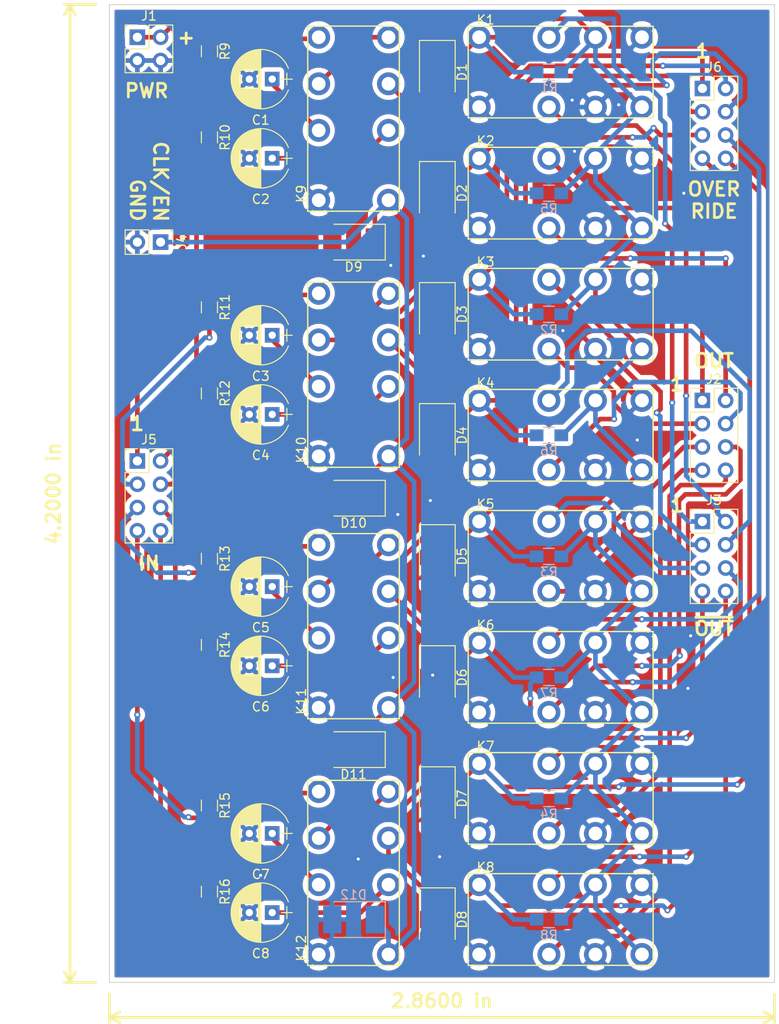
<source format=kicad_pcb>
(kicad_pcb (version 20171130) (host pcbnew 5.1.5)
  (layers (0 F.Cu signal) (31 B.Cu signal) (34 B.Paste user) (35 F.Paste user) (36 B.SilkS user) (37 F.SilkS user) (38 B.Mask user) (39 F.Mask user) (44 Edge.Cuts user))
  (net 0 "")
  (net 1 "Net-(D1-Pad1)")
  (net 2 "Net-(D2-Pad1)")
  (net 3 "Net-(D3-Pad1)")
  (net 4 "Net-(D4-Pad1)")
  (net 5 "Net-(D5-Pad1)")
  (net 6 "Net-(D6-Pad1)")
  (net 7 "Net-(D7-Pad1)")
  (net 8 "Net-(D8-Pad1)")
  (net 9 "Net-(J2-Pad1)")
  (net 10 "Net-(J2-Pad2)")
  (net 11 "Net-(K10-Pad9)")
  (net 12 "Net-(K10-Pad8)")
  (net 13 "Net-(C1-Pad1)")
  (net 14 GND)
  (net 15 "Net-(C2-Pad1)")
  (net 16 "Net-(C3-Pad1)")
  (net 17 "Net-(C4-Pad1)")
  (net 18 "Net-(C5-Pad1)")
  (net 19 "Net-(C6-Pad1)")
  (net 20 "Net-(C7-Pad1)")
  (net 21 "Net-(C8-Pad1)")
  (net 22 "Net-(D10-Pad1)")
  (net 23 +12V)
  (net 24 "Net-(J2-Pad3)")
  (net 25 "Net-(J2-Pad4)")
  (net 26 "Net-(J2-Pad5)")
  (net 27 "Net-(J2-Pad6)")
  (net 28 "Net-(J2-Pad7)")
  (net 29 "Net-(J2-Pad8)")
  (net 30 "Net-(J3-Pad1)")
  (net 31 "Net-(J3-Pad2)")
  (net 32 "Net-(J3-Pad3)")
  (net 33 "Net-(J3-Pad4)")
  (net 34 "Net-(J3-Pad5)")
  (net 35 "Net-(J3-Pad6)")
  (net 36 "Net-(J3-Pad7)")
  (net 37 "Net-(J3-Pad8)")
  (net 38 "Net-(J5-Pad1)")
  (net 39 "Net-(J5-Pad2)")
  (net 40 "Net-(J5-Pad3)")
  (net 41 "Net-(J5-Pad4)")
  (net 42 "Net-(J5-Pad5)")
  (net 43 "Net-(J5-Pad6)")
  (net 44 "Net-(J5-Pad7)")
  (net 45 "Net-(J5-Pad8)")
  (net 46 "Net-(K9-Pad9)")
  (net 47 "Net-(K9-Pad8)")
  (net 48 "Net-(K11-Pad9)")
  (net 49 "Net-(K11-Pad8)")
  (net 50 "Net-(K12-Pad9)")
  (net 51 "Net-(K12-Pad8)")
  (module Capacitors_THT:CP_Radial_D6.3mm_P2.50mm (layer F.Cu) (at 160.528 38.608 180)
    (fp_text reference C1 (at 1.25 -4.46 180) (layer F.SilkS))
    (fp_text value CP)
    (pad 1 thru_hole rect (at 0 0 180) (size 1.6 1.6) (drill 0.8) (layers *.Cu *.Mask) (net 13 "Net-(C1-Pad1)"))
    (pad 2 thru_hole circle (at 2.5 0 180) (size 1.6 1.6) (drill 0.8) (layers *.Cu *.Mask) (net 14 GND))
  )
  (module Capacitors_THT:CP_Radial_D6.3mm_P2.50mm (layer F.Cu) (at 160.528 47.244 180)
    (fp_text reference C2 (at 1.25 -4.46 180) (layer F.SilkS))
    (fp_text value CP)
    (pad 1 thru_hole rect (at 0 0 180) (size 1.6 1.6) (drill 0.8) (layers *.Cu *.Mask) (net 15 "Net-(C2-Pad1)"))
    (pad 2 thru_hole circle (at 2.5 0 180) (size 1.6 1.6) (drill 0.8) (layers *.Cu *.Mask) (net 14 GND))
  )
  (module Capacitors_THT:CP_Radial_D6.3mm_P2.50mm (layer F.Cu) (at 160.528 66.548 180)
    (fp_text reference C3 (at 1.25 -4.46 180) (layer F.SilkS))
    (fp_text value CP)
    (pad 1 thru_hole rect (at 0 0 180) (size 1.6 1.6) (drill 0.8) (layers *.Cu *.Mask) (net 16 "Net-(C3-Pad1)"))
    (pad 2 thru_hole circle (at 2.5 0 180) (size 1.6 1.6) (drill 0.8) (layers *.Cu *.Mask) (net 14 GND))
  )
  (module Capacitors_THT:CP_Radial_D6.3mm_P2.50mm (layer F.Cu) (at 160.528 75.184 180)
    (fp_text reference C4 (at 1.25 -4.46 180) (layer F.SilkS))
    (fp_text value CP)
    (pad 1 thru_hole rect (at 0 0 180) (size 1.6 1.6) (drill 0.8) (layers *.Cu *.Mask) (net 17 "Net-(C4-Pad1)"))
    (pad 2 thru_hole circle (at 2.5 0 180) (size 1.6 1.6) (drill 0.8) (layers *.Cu *.Mask) (net 14 GND))
  )
  (module Capacitors_THT:CP_Radial_D6.3mm_P2.50mm (layer F.Cu) (at 160.528 93.98 180)
    (fp_text reference C5 (at 1.25 -4.46 180) (layer F.SilkS))
    (fp_text value CP)
    (pad 1 thru_hole rect (at 0 0 180) (size 1.6 1.6) (drill 0.8) (layers *.Cu *.Mask) (net 18 "Net-(C5-Pad1)"))
    (pad 2 thru_hole circle (at 2.5 0 180) (size 1.6 1.6) (drill 0.8) (layers *.Cu *.Mask) (net 14 GND))
  )
  (module Capacitors_THT:CP_Radial_D6.3mm_P2.50mm (layer F.Cu) (at 160.528 102.616 180)
    (fp_text reference C6 (at 1.25 -4.46 180) (layer F.SilkS))
    (fp_text value CP)
    (pad 1 thru_hole rect (at 0 0 180) (size 1.6 1.6) (drill 0.8) (layers *.Cu *.Mask) (net 19 "Net-(C6-Pad1)"))
    (pad 2 thru_hole circle (at 2.5 0 180) (size 1.6 1.6) (drill 0.8) (layers *.Cu *.Mask) (net 14 GND))
  )
  (module Capacitors_THT:CP_Radial_D6.3mm_P2.50mm (layer F.Cu) (at 160.528 120.904 180)
    (fp_text reference C7 (at 1.25 -4.46 180) (layer F.SilkS))
    (fp_text value CP)
    (pad 1 thru_hole rect (at 0 0 180) (size 1.6 1.6) (drill 0.8) (layers *.Cu *.Mask) (net 20 "Net-(C7-Pad1)"))
    (pad 2 thru_hole circle (at 2.5 0 180) (size 1.6 1.6) (drill 0.8) (layers *.Cu *.Mask) (net 14 GND))
  )
  (module Capacitors_THT:CP_Radial_D6.3mm_P2.50mm (layer F.Cu) (at 160.528 129.54 180)
    (fp_text reference C8 (at 1.25 -4.46 180) (layer F.SilkS))
    (fp_text value CP)
    (pad 1 thru_hole rect (at 0 0 180) (size 1.6 1.6) (drill 0.8) (layers *.Cu *.Mask) (net 21 "Net-(C8-Pad1)"))
    (pad 2 thru_hole circle (at 2.5 0 180) (size 1.6 1.6) (drill 0.8) (layers *.Cu *.Mask) (net 14 GND))
  )
  (module Diodes_SMD:D_2114 (layer F.Cu) (at 178.562 37.846 270)
    (fp_text reference D1 (at 0 -2.7 270) (layer F.SilkS))
    (fp_text value D)
    (pad 1 smd rect (at -2.325 0 270) (size 2 3) (layers F.Cu F.Paste F.Mask) (net 1 "Net-(D1-Pad1)"))
    (pad 2 smd rect (at 2.325 0 270) (size 2 3) (layers F.Cu F.Paste F.Mask) (net 14 GND))
  )
  (module Diodes_SMD:D_2114 (layer F.Cu) (at 178.562 51.054 270)
    (fp_text reference D2 (at 0 -2.7 270) (layer F.SilkS))
    (fp_text value D)
    (pad 1 smd rect (at -2.325 0 270) (size 2 3) (layers F.Cu F.Paste F.Mask) (net 2 "Net-(D2-Pad1)"))
    (pad 2 smd rect (at 2.325 0 270) (size 2 3) (layers F.Cu F.Paste F.Mask) (net 14 GND))
  )
  (module Diodes_SMD:D_2114 (layer F.Cu) (at 178.562 64.262 270)
    (fp_text reference D3 (at 0 -2.7 270) (layer F.SilkS))
    (fp_text value D)
    (pad 1 smd rect (at -2.325 0 270) (size 2 3) (layers F.Cu F.Paste F.Mask) (net 3 "Net-(D3-Pad1)"))
    (pad 2 smd rect (at 2.325 0 270) (size 2 3) (layers F.Cu F.Paste F.Mask) (net 14 GND))
  )
  (module Diodes_SMD:D_2114 (layer F.Cu) (at 178.562 77.47 270)
    (fp_text reference D4 (at 0 -2.7 270) (layer F.SilkS))
    (fp_text value D)
    (pad 1 smd rect (at -2.325 0 270) (size 2 3) (layers F.Cu F.Paste F.Mask) (net 4 "Net-(D4-Pad1)"))
    (pad 2 smd rect (at 2.325 0 270) (size 2 3) (layers F.Cu F.Paste F.Mask) (net 14 GND))
  )
  (module Diodes_SMD:D_2114 (layer F.Cu) (at 178.562 90.678 270)
    (fp_text reference D5 (at 0 -2.7 270) (layer F.SilkS))
    (fp_text value D)
    (pad 1 smd rect (at -2.325 0 270) (size 2 3) (layers F.Cu F.Paste F.Mask) (net 5 "Net-(D5-Pad1)"))
    (pad 2 smd rect (at 2.325 0 270) (size 2 3) (layers F.Cu F.Paste F.Mask) (net 14 GND))
  )
  (module Diodes_SMD:D_2114 (layer F.Cu) (at 178.562 103.886 270)
    (fp_text reference D6 (at 0 -2.7 270) (layer F.SilkS))
    (fp_text value D)
    (pad 1 smd rect (at -2.325 0 270) (size 2 3) (layers F.Cu F.Paste F.Mask) (net 6 "Net-(D6-Pad1)"))
    (pad 2 smd rect (at 2.325 0 270) (size 2 3) (layers F.Cu F.Paste F.Mask) (net 14 GND))
  )
  (module Diodes_SMD:D_2114 (layer F.Cu) (at 178.562 117.094 270)
    (fp_text reference D7 (at 0 -2.7 270) (layer F.SilkS))
    (fp_text value D)
    (pad 1 smd rect (at -2.325 0 270) (size 2 3) (layers F.Cu F.Paste F.Mask) (net 7 "Net-(D7-Pad1)"))
    (pad 2 smd rect (at 2.325 0 270) (size 2 3) (layers F.Cu F.Paste F.Mask) (net 14 GND))
  )
  (module Diodes_SMD:D_2114 (layer F.Cu) (at 178.562 130.302 270)
    (fp_text reference D8 (at 0 -2.7 270) (layer F.SilkS))
    (fp_text value D)
    (pad 1 smd rect (at -2.325 0 270) (size 2 3) (layers F.Cu F.Paste F.Mask) (net 8 "Net-(D8-Pad1)"))
    (pad 2 smd rect (at 2.325 0 270) (size 2 3) (layers F.Cu F.Paste F.Mask) (net 14 GND))
  )
  (module Diodes_SMD:D_2114 (layer F.Cu) (at 169.418 56.388 180)
    (fp_text reference D9 (at 0 -2.7 180) (layer F.SilkS))
    (fp_text value D)
    (pad 1 smd rect (at -2.325 0 180) (size 2 3) (layers F.Cu F.Paste F.Mask) (net 22 "Net-(D10-Pad1)"))
    (pad 2 smd rect (at 2.325 0 180) (size 2 3) (layers F.Cu F.Paste F.Mask) (net 14 GND))
  )
  (module Diodes_SMD:D_2114 (layer F.Cu) (at 169.418 84.328 180)
    (fp_text reference D10 (at 0 -2.7 180) (layer F.SilkS))
    (fp_text value D)
    (pad 1 smd rect (at -2.325 0 180) (size 2 3) (layers F.Cu F.Paste F.Mask) (net 22 "Net-(D10-Pad1)"))
    (pad 2 smd rect (at 2.325 0 180) (size 2 3) (layers F.Cu F.Paste F.Mask) (net 14 GND))
  )
  (module Diodes_SMD:D_2114 (layer F.Cu) (at 169.418 111.76 180)
    (fp_text reference D11 (at 0 -2.7 180) (layer F.SilkS))
    (fp_text value D)
    (pad 1 smd rect (at -2.325 0 180) (size 2 3) (layers F.Cu F.Paste F.Mask) (net 22 "Net-(D10-Pad1)"))
    (pad 2 smd rect (at 2.325 0 180) (size 2 3) (layers F.Cu F.Paste F.Mask) (net 14 GND))
  )
  (module Diodes_SMD:D_2114 (layer B.Cu) (at 169.418 130.302 180)
    (fp_text reference D12 (at 0 2.7 180) (layer B.SilkS) (effects (justify mirror)))
    (fp_text value D)
    (pad 1 smd rect (at -2.325 0 180) (size 2 3) (layers B.Cu B.Paste B.Mask) (net 22 "Net-(D10-Pad1)"))
    (pad 2 smd rect (at 2.325 0 180) (size 2 3) (layers B.Cu B.Paste B.Mask) (net 14 GND))
  )
  (module Pin_Headers:Pin_Header_Straight_2x02_Pitch2.54mm (layer F.Cu) (at 145.796 34.036)
    (fp_text reference J1 (at 1.27 -2.33) (layer F.SilkS))
    (fp_text value Conn_02x02_Odd_Even)
    (pad 1 thru_hole rect (at 0 0) (size 1.7 1.7) (drill 1) (layers *.Cu *.Mask) (net 23 +12V))
    (pad 2 thru_hole oval (at 2.54 0) (size 1.7 1.7) (drill 1) (layers *.Cu *.Mask) (net 23 +12V))
    (pad 3 thru_hole oval (at 0 2.54) (size 1.7 1.7) (drill 1) (layers *.Cu *.Mask) (net 14 GND))
    (pad 4 thru_hole oval (at 2.54 2.54) (size 1.7 1.7) (drill 1) (layers *.Cu *.Mask) (net 14 GND))
  )
  (module Pin_Headers:Pin_Header_Straight_2x04_Pitch2.54mm (layer F.Cu) (at 207.518 73.66)
    (fp_text reference J2 (at 1.27 -2.33) (layer F.SilkS))
    (fp_text value Conn_02x04_Odd_Even)
    (pad 1 thru_hole rect (at 0 0) (size 1.7 1.7) (drill 1) (layers *.Cu *.Mask) (net 9 "Net-(J2-Pad1)"))
    (pad 2 thru_hole oval (at 2.54 0) (size 1.7 1.7) (drill 1) (layers *.Cu *.Mask) (net 10 "Net-(J2-Pad2)"))
    (pad 3 thru_hole oval (at 0 2.54) (size 1.7 1.7) (drill 1) (layers *.Cu *.Mask) (net 24 "Net-(J2-Pad3)"))
    (pad 4 thru_hole oval (at 2.54 2.54) (size 1.7 1.7) (drill 1) (layers *.Cu *.Mask) (net 25 "Net-(J2-Pad4)"))
    (pad 5 thru_hole oval (at 0 5.08) (size 1.7 1.7) (drill 1) (layers *.Cu *.Mask) (net 26 "Net-(J2-Pad5)"))
    (pad 6 thru_hole oval (at 2.54 5.08) (size 1.7 1.7) (drill 1) (layers *.Cu *.Mask) (net 27 "Net-(J2-Pad6)"))
    (pad 7 thru_hole oval (at 0 7.62) (size 1.7 1.7) (drill 1) (layers *.Cu *.Mask) (net 28 "Net-(J2-Pad7)"))
    (pad 8 thru_hole oval (at 2.54 7.62) (size 1.7 1.7) (drill 1) (layers *.Cu *.Mask) (net 29 "Net-(J2-Pad8)"))
  )
  (module Pin_Headers:Pin_Header_Straight_2x04_Pitch2.54mm (layer F.Cu) (at 207.518 86.868)
    (fp_text reference J3 (at 1.27 -2.33) (layer F.SilkS))
    (fp_text value Conn_02x04_Odd_Even)
    (pad 1 thru_hole rect (at 0 0) (size 1.7 1.7) (drill 1) (layers *.Cu *.Mask) (net 30 "Net-(J3-Pad1)"))
    (pad 2 thru_hole oval (at 2.54 0) (size 1.7 1.7) (drill 1) (layers *.Cu *.Mask) (net 31 "Net-(J3-Pad2)"))
    (pad 3 thru_hole oval (at 0 2.54) (size 1.7 1.7) (drill 1) (layers *.Cu *.Mask) (net 32 "Net-(J3-Pad3)"))
    (pad 4 thru_hole oval (at 2.54 2.54) (size 1.7 1.7) (drill 1) (layers *.Cu *.Mask) (net 33 "Net-(J3-Pad4)"))
    (pad 5 thru_hole oval (at 0 5.08) (size 1.7 1.7) (drill 1) (layers *.Cu *.Mask) (net 34 "Net-(J3-Pad5)"))
    (pad 6 thru_hole oval (at 2.54 5.08) (size 1.7 1.7) (drill 1) (layers *.Cu *.Mask) (net 35 "Net-(J3-Pad6)"))
    (pad 7 thru_hole oval (at 0 7.62) (size 1.7 1.7) (drill 1) (layers *.Cu *.Mask) (net 36 "Net-(J3-Pad7)"))
    (pad 8 thru_hole oval (at 2.54 7.62) (size 1.7 1.7) (drill 1) (layers *.Cu *.Mask) (net 37 "Net-(J3-Pad8)"))
  )
  (module Pin_Headers:Pin_Header_Straight_1x02_Pitch2.54mm (layer F.Cu) (at 148.336 56.388 270)
    (fp_text reference J4 (at 0 -2.33 270) (layer F.SilkS))
    (fp_text value Conn_01x02)
    (pad 1 thru_hole rect (at 0 0 270) (size 1.7 1.7) (drill 1) (layers *.Cu *.Mask) (net 22 "Net-(D10-Pad1)"))
    (pad 2 thru_hole oval (at 0 2.54 270) (size 1.7 1.7) (drill 1) (layers *.Cu *.Mask) (net 14 GND))
  )
  (module Pin_Headers:Pin_Header_Straight_2x04_Pitch2.54mm (layer F.Cu) (at 145.796 80.264)
    (fp_text reference J5 (at 1.27 -2.33) (layer F.SilkS))
    (fp_text value Conn_02x04_Odd_Even)
    (pad 1 thru_hole rect (at 0 0) (size 1.7 1.7) (drill 1) (layers *.Cu *.Mask) (net 38 "Net-(J5-Pad1)"))
    (pad 2 thru_hole oval (at 2.54 0) (size 1.7 1.7) (drill 1) (layers *.Cu *.Mask) (net 39 "Net-(J5-Pad2)"))
    (pad 3 thru_hole oval (at 0 2.54) (size 1.7 1.7) (drill 1) (layers *.Cu *.Mask) (net 40 "Net-(J5-Pad3)"))
    (pad 4 thru_hole oval (at 2.54 2.54) (size 1.7 1.7) (drill 1) (layers *.Cu *.Mask) (net 41 "Net-(J5-Pad4)"))
    (pad 5 thru_hole oval (at 0 5.08) (size 1.7 1.7) (drill 1) (layers *.Cu *.Mask) (net 42 "Net-(J5-Pad5)"))
    (pad 6 thru_hole oval (at 2.54 5.08) (size 1.7 1.7) (drill 1) (layers *.Cu *.Mask) (net 43 "Net-(J5-Pad6)"))
    (pad 7 thru_hole oval (at 0 7.62) (size 1.7 1.7) (drill 1) (layers *.Cu *.Mask) (net 44 "Net-(J5-Pad7)"))
    (pad 8 thru_hole oval (at 2.54 7.62) (size 1.7 1.7) (drill 1) (layers *.Cu *.Mask) (net 45 "Net-(J5-Pad8)"))
  )
  (module hk19f:Relay_DPDT_HK19F (layer F.Cu) (at 183.134 34.036)
    (fp_text reference K1 (at 0.7 -1.9) (layer F.SilkS))
    (fp_text value HK19F)
    (pad 11 thru_hole circle (at 12.7 7.62) (size 2.5 2.5) (drill 1.5) (layers *.Cu *.Mask) (net 14 GND))
    (pad 9 thru_hole circle (at 17.78 7.62) (size 2.5 2.5) (drill 1.5) (layers *.Cu *.Mask) (net 23 +12V))
    (pad 8 thru_hole circle (at 17.78 0) (size 2.5 2.5) (drill 1.5) (layers *.Cu *.Mask) (net 14 GND))
    (pad 6 thru_hole circle (at 12.7 0) (size 2.5 2.5) (drill 1.5) (layers *.Cu *.Mask) (net 23 +12V))
    (pad 13 thru_hole circle (at 7.62 7.62) (size 2.5 2.5) (drill 1.5) (layers *.Cu *.Mask) (net 9 "Net-(J2-Pad1)"))
    (pad 4 thru_hole circle (at 7.62 0) (size 2.5 2.5) (drill 1.5) (layers *.Cu *.Mask) (net 30 "Net-(J3-Pad1)"))
    (pad 16 thru_hole circle (at 0 7.62) (size 2.5 2.5) (drill 1.5) (layers *.Cu *.Mask) (net 14 GND))
    (pad 1 thru_hole circle (at 0 0) (size 2.5 2.5) (drill 1.5) (layers *.Cu *.Mask) (net 1 "Net-(D1-Pad1)"))
  )
  (module hk19f:Relay_DPDT_HK19F (layer F.Cu) (at 183.134 47.244)
    (fp_text reference K2 (at 0.7 -1.9) (layer F.SilkS))
    (fp_text value HK19F)
    (pad 11 thru_hole circle (at 12.7 7.62) (size 2.5 2.5) (drill 1.5) (layers *.Cu *.Mask) (net 14 GND))
    (pad 9 thru_hole circle (at 17.78 7.62) (size 2.5 2.5) (drill 1.5) (layers *.Cu *.Mask) (net 23 +12V))
    (pad 8 thru_hole circle (at 17.78 0) (size 2.5 2.5) (drill 1.5) (layers *.Cu *.Mask) (net 14 GND))
    (pad 6 thru_hole circle (at 12.7 0) (size 2.5 2.5) (drill 1.5) (layers *.Cu *.Mask) (net 23 +12V))
    (pad 13 thru_hole circle (at 7.62 7.62) (size 2.5 2.5) (drill 1.5) (layers *.Cu *.Mask) (net 10 "Net-(J2-Pad2)"))
    (pad 4 thru_hole circle (at 7.62 0) (size 2.5 2.5) (drill 1.5) (layers *.Cu *.Mask) (net 31 "Net-(J3-Pad2)"))
    (pad 16 thru_hole circle (at 0 7.62) (size 2.5 2.5) (drill 1.5) (layers *.Cu *.Mask) (net 14 GND))
    (pad 1 thru_hole circle (at 0 0) (size 2.5 2.5) (drill 1.5) (layers *.Cu *.Mask) (net 2 "Net-(D2-Pad1)"))
  )
  (module hk19f:Relay_DPDT_HK19F (layer F.Cu) (at 183.134 60.452)
    (fp_text reference K3 (at 0.7 -1.9) (layer F.SilkS))
    (fp_text value HK19F)
    (pad 11 thru_hole circle (at 12.7 7.62) (size 2.5 2.5) (drill 1.5) (layers *.Cu *.Mask) (net 14 GND))
    (pad 9 thru_hole circle (at 17.78 7.62) (size 2.5 2.5) (drill 1.5) (layers *.Cu *.Mask) (net 23 +12V))
    (pad 8 thru_hole circle (at 17.78 0) (size 2.5 2.5) (drill 1.5) (layers *.Cu *.Mask) (net 14 GND))
    (pad 6 thru_hole circle (at 12.7 0) (size 2.5 2.5) (drill 1.5) (layers *.Cu *.Mask) (net 23 +12V))
    (pad 13 thru_hole circle (at 7.62 7.62) (size 2.5 2.5) (drill 1.5) (layers *.Cu *.Mask) (net 24 "Net-(J2-Pad3)"))
    (pad 4 thru_hole circle (at 7.62 0) (size 2.5 2.5) (drill 1.5) (layers *.Cu *.Mask) (net 32 "Net-(J3-Pad3)"))
    (pad 16 thru_hole circle (at 0 7.62) (size 2.5 2.5) (drill 1.5) (layers *.Cu *.Mask) (net 14 GND))
    (pad 1 thru_hole circle (at 0 0) (size 2.5 2.5) (drill 1.5) (layers *.Cu *.Mask) (net 3 "Net-(D3-Pad1)"))
  )
  (module hk19f:Relay_DPDT_HK19F (layer F.Cu) (at 183.134 73.66)
    (fp_text reference K4 (at 0.7 -1.9) (layer F.SilkS))
    (fp_text value HK19F)
    (pad 11 thru_hole circle (at 12.7 7.62) (size 2.5 2.5) (drill 1.5) (layers *.Cu *.Mask) (net 14 GND))
    (pad 9 thru_hole circle (at 17.78 7.62) (size 2.5 2.5) (drill 1.5) (layers *.Cu *.Mask) (net 23 +12V))
    (pad 8 thru_hole circle (at 17.78 0) (size 2.5 2.5) (drill 1.5) (layers *.Cu *.Mask) (net 14 GND))
    (pad 6 thru_hole circle (at 12.7 0) (size 2.5 2.5) (drill 1.5) (layers *.Cu *.Mask) (net 23 +12V))
    (pad 13 thru_hole circle (at 7.62 7.62) (size 2.5 2.5) (drill 1.5) (layers *.Cu *.Mask) (net 25 "Net-(J2-Pad4)"))
    (pad 4 thru_hole circle (at 7.62 0) (size 2.5 2.5) (drill 1.5) (layers *.Cu *.Mask) (net 33 "Net-(J3-Pad4)"))
    (pad 16 thru_hole circle (at 0 7.62) (size 2.5 2.5) (drill 1.5) (layers *.Cu *.Mask) (net 14 GND))
    (pad 1 thru_hole circle (at 0 0) (size 2.5 2.5) (drill 1.5) (layers *.Cu *.Mask) (net 4 "Net-(D4-Pad1)"))
  )
  (module hk19f:Relay_DPDT_HK19F (layer F.Cu) (at 183.134 86.868)
    (fp_text reference K5 (at 0.7 -1.9) (layer F.SilkS))
    (fp_text value HK19F)
    (pad 11 thru_hole circle (at 12.7 7.62) (size 2.5 2.5) (drill 1.5) (layers *.Cu *.Mask) (net 14 GND))
    (pad 9 thru_hole circle (at 17.78 7.62) (size 2.5 2.5) (drill 1.5) (layers *.Cu *.Mask) (net 23 +12V))
    (pad 8 thru_hole circle (at 17.78 0) (size 2.5 2.5) (drill 1.5) (layers *.Cu *.Mask) (net 14 GND))
    (pad 6 thru_hole circle (at 12.7 0) (size 2.5 2.5) (drill 1.5) (layers *.Cu *.Mask) (net 23 +12V))
    (pad 13 thru_hole circle (at 7.62 7.62) (size 2.5 2.5) (drill 1.5) (layers *.Cu *.Mask) (net 26 "Net-(J2-Pad5)"))
    (pad 4 thru_hole circle (at 7.62 0) (size 2.5 2.5) (drill 1.5) (layers *.Cu *.Mask) (net 34 "Net-(J3-Pad5)"))
    (pad 16 thru_hole circle (at 0 7.62) (size 2.5 2.5) (drill 1.5) (layers *.Cu *.Mask) (net 14 GND))
    (pad 1 thru_hole circle (at 0 0) (size 2.5 2.5) (drill 1.5) (layers *.Cu *.Mask) (net 5 "Net-(D5-Pad1)"))
  )
  (module hk19f:Relay_DPDT_HK19F (layer F.Cu) (at 183.134 100.076)
    (fp_text reference K6 (at 0.7 -1.9) (layer F.SilkS))
    (fp_text value HK19F)
    (pad 11 thru_hole circle (at 12.7 7.62) (size 2.5 2.5) (drill 1.5) (layers *.Cu *.Mask) (net 14 GND))
    (pad 9 thru_hole circle (at 17.78 7.62) (size 2.5 2.5) (drill 1.5) (layers *.Cu *.Mask) (net 23 +12V))
    (pad 8 thru_hole circle (at 17.78 0) (size 2.5 2.5) (drill 1.5) (layers *.Cu *.Mask) (net 14 GND))
    (pad 6 thru_hole circle (at 12.7 0) (size 2.5 2.5) (drill 1.5) (layers *.Cu *.Mask) (net 23 +12V))
    (pad 13 thru_hole circle (at 7.62 7.62) (size 2.5 2.5) (drill 1.5) (layers *.Cu *.Mask) (net 27 "Net-(J2-Pad6)"))
    (pad 4 thru_hole circle (at 7.62 0) (size 2.5 2.5) (drill 1.5) (layers *.Cu *.Mask) (net 35 "Net-(J3-Pad6)"))
    (pad 16 thru_hole circle (at 0 7.62) (size 2.5 2.5) (drill 1.5) (layers *.Cu *.Mask) (net 14 GND))
    (pad 1 thru_hole circle (at 0 0) (size 2.5 2.5) (drill 1.5) (layers *.Cu *.Mask) (net 6 "Net-(D6-Pad1)"))
  )
  (module hk19f:Relay_DPDT_HK19F (layer F.Cu) (at 183.134 113.284)
    (fp_text reference K7 (at 0.7 -1.9) (layer F.SilkS))
    (fp_text value HK19F)
    (pad 11 thru_hole circle (at 12.7 7.62) (size 2.5 2.5) (drill 1.5) (layers *.Cu *.Mask) (net 14 GND))
    (pad 9 thru_hole circle (at 17.78 7.62) (size 2.5 2.5) (drill 1.5) (layers *.Cu *.Mask) (net 23 +12V))
    (pad 8 thru_hole circle (at 17.78 0) (size 2.5 2.5) (drill 1.5) (layers *.Cu *.Mask) (net 14 GND))
    (pad 6 thru_hole circle (at 12.7 0) (size 2.5 2.5) (drill 1.5) (layers *.Cu *.Mask) (net 23 +12V))
    (pad 13 thru_hole circle (at 7.62 7.62) (size 2.5 2.5) (drill 1.5) (layers *.Cu *.Mask) (net 28 "Net-(J2-Pad7)"))
    (pad 4 thru_hole circle (at 7.62 0) (size 2.5 2.5) (drill 1.5) (layers *.Cu *.Mask) (net 36 "Net-(J3-Pad7)"))
    (pad 16 thru_hole circle (at 0 7.62) (size 2.5 2.5) (drill 1.5) (layers *.Cu *.Mask) (net 14 GND))
    (pad 1 thru_hole circle (at 0 0) (size 2.5 2.5) (drill 1.5) (layers *.Cu *.Mask) (net 7 "Net-(D7-Pad1)"))
  )
  (module hk19f:Relay_DPDT_HK19F (layer F.Cu) (at 183.134 126.492)
    (fp_text reference K8 (at 0.7 -1.9) (layer F.SilkS))
    (fp_text value HK19F)
    (pad 11 thru_hole circle (at 12.7 7.62) (size 2.5 2.5) (drill 1.5) (layers *.Cu *.Mask) (net 14 GND))
    (pad 9 thru_hole circle (at 17.78 7.62) (size 2.5 2.5) (drill 1.5) (layers *.Cu *.Mask) (net 23 +12V))
    (pad 8 thru_hole circle (at 17.78 0) (size 2.5 2.5) (drill 1.5) (layers *.Cu *.Mask) (net 14 GND))
    (pad 6 thru_hole circle (at 12.7 0) (size 2.5 2.5) (drill 1.5) (layers *.Cu *.Mask) (net 23 +12V))
    (pad 13 thru_hole circle (at 7.62 7.62) (size 2.5 2.5) (drill 1.5) (layers *.Cu *.Mask) (net 29 "Net-(J2-Pad8)"))
    (pad 4 thru_hole circle (at 7.62 0) (size 2.5 2.5) (drill 1.5) (layers *.Cu *.Mask) (net 37 "Net-(J3-Pad8)"))
    (pad 16 thru_hole circle (at 0 7.62) (size 2.5 2.5) (drill 1.5) (layers *.Cu *.Mask) (net 14 GND))
    (pad 1 thru_hole circle (at 0 0) (size 2.5 2.5) (drill 1.5) (layers *.Cu *.Mask) (net 8 "Net-(D8-Pad1)"))
  )
  (module hk19f:Relay_DPDT_HK19F (layer F.Cu) (at 165.608 51.816 90)
    (fp_text reference K9 (at 0.7 -1.9 90) (layer F.SilkS))
    (fp_text value HK19F)
    (pad 11 thru_hole circle (at 12.7 7.62 90) (size 2.5 2.5) (drill 1.5) (layers *.Cu *.Mask) (net 2 "Net-(D2-Pad1)"))
    (pad 9 thru_hole circle (at 17.78 7.62 90) (size 2.5 2.5) (drill 1.5) (layers *.Cu *.Mask) (net 46 "Net-(K9-Pad9)"))
    (pad 8 thru_hole circle (at 17.78 0 90) (size 2.5 2.5) (drill 1.5) (layers *.Cu *.Mask) (net 47 "Net-(K9-Pad8)"))
    (pad 6 thru_hole circle (at 12.7 0 90) (size 2.5 2.5) (drill 1.5) (layers *.Cu *.Mask) (net 1 "Net-(D1-Pad1)"))
    (pad 13 thru_hole circle (at 7.62 7.62 90) (size 2.5 2.5) (drill 1.5) (layers *.Cu *.Mask) (net 15 "Net-(C2-Pad1)"))
    (pad 4 thru_hole circle (at 7.62 0 90) (size 2.5 2.5) (drill 1.5) (layers *.Cu *.Mask) (net 13 "Net-(C1-Pad1)"))
    (pad 16 thru_hole circle (at 0 7.62 90) (size 2.5 2.5) (drill 1.5) (layers *.Cu *.Mask) (net 22 "Net-(D10-Pad1)"))
    (pad 1 thru_hole circle (at 0 0 90) (size 2.5 2.5) (drill 1.5) (layers *.Cu *.Mask) (net 14 GND))
  )
  (module hk19f:Relay_DPDT_HK19F (layer F.Cu) (at 165.608 79.756 90)
    (fp_text reference K10 (at 0.7 -1.9 90) (layer F.SilkS))
    (fp_text value HK19F)
    (pad 11 thru_hole circle (at 12.7 7.62 90) (size 2.5 2.5) (drill 1.5) (layers *.Cu *.Mask) (net 4 "Net-(D4-Pad1)"))
    (pad 9 thru_hole circle (at 17.78 7.62 90) (size 2.5 2.5) (drill 1.5) (layers *.Cu *.Mask) (net 11 "Net-(K10-Pad9)"))
    (pad 8 thru_hole circle (at 17.78 0 90) (size 2.5 2.5) (drill 1.5) (layers *.Cu *.Mask) (net 12 "Net-(K10-Pad8)"))
    (pad 6 thru_hole circle (at 12.7 0 90) (size 2.5 2.5) (drill 1.5) (layers *.Cu *.Mask) (net 3 "Net-(D3-Pad1)"))
    (pad 13 thru_hole circle (at 7.62 7.62 90) (size 2.5 2.5) (drill 1.5) (layers *.Cu *.Mask) (net 17 "Net-(C4-Pad1)"))
    (pad 4 thru_hole circle (at 7.62 0 90) (size 2.5 2.5) (drill 1.5) (layers *.Cu *.Mask) (net 16 "Net-(C3-Pad1)"))
    (pad 16 thru_hole circle (at 0 7.62 90) (size 2.5 2.5) (drill 1.5) (layers *.Cu *.Mask) (net 22 "Net-(D10-Pad1)"))
    (pad 1 thru_hole circle (at 0 0 90) (size 2.5 2.5) (drill 1.5) (layers *.Cu *.Mask) (net 14 GND))
  )
  (module hk19f:Relay_DPDT_HK19F (layer F.Cu) (at 165.608 107.188 90)
    (fp_text reference K11 (at 0.7 -1.9 90) (layer F.SilkS))
    (fp_text value HK19F)
    (pad 11 thru_hole circle (at 12.7 7.62 90) (size 2.5 2.5) (drill 1.5) (layers *.Cu *.Mask) (net 6 "Net-(D6-Pad1)"))
    (pad 9 thru_hole circle (at 17.78 7.62 90) (size 2.5 2.5) (drill 1.5) (layers *.Cu *.Mask) (net 48 "Net-(K11-Pad9)"))
    (pad 8 thru_hole circle (at 17.78 0 90) (size 2.5 2.5) (drill 1.5) (layers *.Cu *.Mask) (net 49 "Net-(K11-Pad8)"))
    (pad 6 thru_hole circle (at 12.7 0 90) (size 2.5 2.5) (drill 1.5) (layers *.Cu *.Mask) (net 5 "Net-(D5-Pad1)"))
    (pad 13 thru_hole circle (at 7.62 7.62 90) (size 2.5 2.5) (drill 1.5) (layers *.Cu *.Mask) (net 19 "Net-(C6-Pad1)"))
    (pad 4 thru_hole circle (at 7.62 0 90) (size 2.5 2.5) (drill 1.5) (layers *.Cu *.Mask) (net 18 "Net-(C5-Pad1)"))
    (pad 16 thru_hole circle (at 0 7.62 90) (size 2.5 2.5) (drill 1.5) (layers *.Cu *.Mask) (net 22 "Net-(D10-Pad1)"))
    (pad 1 thru_hole circle (at 0 0 90) (size 2.5 2.5) (drill 1.5) (layers *.Cu *.Mask) (net 14 GND))
  )
  (module hk19f:Relay_DPDT_HK19F (layer F.Cu) (at 165.608 134.112 90)
    (fp_text reference K12 (at 0.7 -1.9 90) (layer F.SilkS))
    (fp_text value HK19F)
    (pad 11 thru_hole circle (at 12.7 7.62 90) (size 2.5 2.5) (drill 1.5) (layers *.Cu *.Mask) (net 8 "Net-(D8-Pad1)"))
    (pad 9 thru_hole circle (at 17.78 7.62 90) (size 2.5 2.5) (drill 1.5) (layers *.Cu *.Mask) (net 50 "Net-(K12-Pad9)"))
    (pad 8 thru_hole circle (at 17.78 0 90) (size 2.5 2.5) (drill 1.5) (layers *.Cu *.Mask) (net 51 "Net-(K12-Pad8)"))
    (pad 6 thru_hole circle (at 12.7 0 90) (size 2.5 2.5) (drill 1.5) (layers *.Cu *.Mask) (net 7 "Net-(D7-Pad1)"))
    (pad 13 thru_hole circle (at 7.62 7.62 90) (size 2.5 2.5) (drill 1.5) (layers *.Cu *.Mask) (net 21 "Net-(C8-Pad1)"))
    (pad 4 thru_hole circle (at 7.62 0 90) (size 2.5 2.5) (drill 1.5) (layers *.Cu *.Mask) (net 20 "Net-(C7-Pad1)"))
    (pad 16 thru_hole circle (at 0 7.62 90) (size 2.5 2.5) (drill 1.5) (layers *.Cu *.Mask) (net 22 "Net-(D10-Pad1)"))
    (pad 1 thru_hole circle (at 0 0 90) (size 2.5 2.5) (drill 1.5) (layers *.Cu *.Mask) (net 14 GND))
  )
  (module Resistors_SMD:R_0805_HandSoldering (layer B.Cu) (at 190.754 37.846)
    (fp_text reference R1 (at 0 1.7) (layer B.SilkS) (effects (justify mirror)))
    (fp_text value R)
    (pad 1 smd rect (at -1.35 0) (size 1.5 1.3) (layers B.Cu B.Paste B.Mask) (net 1 "Net-(D1-Pad1)"))
    (pad 2 smd rect (at 1.35 0) (size 1.5 1.3) (layers B.Cu B.Paste B.Mask) (net 23 +12V))
  )
  (module Resistors_SMD:R_0805_HandSoldering (layer B.Cu) (at 190.754 64.262)
    (fp_text reference R2 (at 0 1.7) (layer B.SilkS) (effects (justify mirror)))
    (fp_text value R)
    (pad 1 smd rect (at -1.35 0) (size 1.5 1.3) (layers B.Cu B.Paste B.Mask) (net 3 "Net-(D3-Pad1)"))
    (pad 2 smd rect (at 1.35 0) (size 1.5 1.3) (layers B.Cu B.Paste B.Mask) (net 23 +12V))
  )
  (module Resistors_SMD:R_0805_HandSoldering (layer B.Cu) (at 190.754 90.678)
    (fp_text reference R3 (at 0 1.7) (layer B.SilkS) (effects (justify mirror)))
    (fp_text value R)
    (pad 1 smd rect (at -1.35 0) (size 1.5 1.3) (layers B.Cu B.Paste B.Mask) (net 5 "Net-(D5-Pad1)"))
    (pad 2 smd rect (at 1.35 0) (size 1.5 1.3) (layers B.Cu B.Paste B.Mask) (net 23 +12V))
  )
  (module Resistors_SMD:R_0805_HandSoldering (layer B.Cu) (at 190.754 117.094)
    (fp_text reference R4 (at 0 1.7) (layer B.SilkS) (effects (justify mirror)))
    (fp_text value R)
    (pad 1 smd rect (at -1.35 0) (size 1.5 1.3) (layers B.Cu B.Paste B.Mask) (net 7 "Net-(D7-Pad1)"))
    (pad 2 smd rect (at 1.35 0) (size 1.5 1.3) (layers B.Cu B.Paste B.Mask) (net 23 +12V))
  )
  (module Resistors_SMD:R_0805_HandSoldering (layer B.Cu) (at 190.754 51.054)
    (fp_text reference R5 (at 0 1.7) (layer B.SilkS) (effects (justify mirror)))
    (fp_text value R)
    (pad 1 smd rect (at -1.35 0) (size 1.5 1.3) (layers B.Cu B.Paste B.Mask) (net 2 "Net-(D2-Pad1)"))
    (pad 2 smd rect (at 1.35 0) (size 1.5 1.3) (layers B.Cu B.Paste B.Mask) (net 23 +12V))
  )
  (module Resistors_SMD:R_0805_HandSoldering (layer B.Cu) (at 190.754 77.47)
    (fp_text reference R6 (at 0 1.7) (layer B.SilkS) (effects (justify mirror)))
    (fp_text value R)
    (pad 1 smd rect (at -1.35 0) (size 1.5 1.3) (layers B.Cu B.Paste B.Mask) (net 4 "Net-(D4-Pad1)"))
    (pad 2 smd rect (at 1.35 0) (size 1.5 1.3) (layers B.Cu B.Paste B.Mask) (net 23 +12V))
  )
  (module Resistors_SMD:R_0805_HandSoldering (layer B.Cu) (at 190.754 103.886)
    (fp_text reference R7 (at 0 1.7) (layer B.SilkS) (effects (justify mirror)))
    (fp_text value R)
    (pad 1 smd rect (at -1.35 0) (size 1.5 1.3) (layers B.Cu B.Paste B.Mask) (net 6 "Net-(D6-Pad1)"))
    (pad 2 smd rect (at 1.35 0) (size 1.5 1.3) (layers B.Cu B.Paste B.Mask) (net 23 +12V))
  )
  (module Resistors_SMD:R_0805_HandSoldering (layer B.Cu) (at 190.754 130.302)
    (fp_text reference R8 (at 0 1.7) (layer B.SilkS) (effects (justify mirror)))
    (fp_text value R)
    (pad 1 smd rect (at -1.35 0) (size 1.5 1.3) (layers B.Cu B.Paste B.Mask) (net 8 "Net-(D8-Pad1)"))
    (pad 2 smd rect (at 1.35 0) (size 1.5 1.3) (layers B.Cu B.Paste B.Mask) (net 23 +12V))
  )
  (module Resistors_SMD:R_0805_HandSoldering (layer F.Cu) (at 153.67 35.56 270)
    (fp_text reference R9 (at 0 -1.7 270) (layer F.SilkS))
    (fp_text value R)
    (pad 1 smd rect (at -1.35 0 270) (size 1.5 1.3) (layers F.Cu F.Paste F.Mask) (net 47 "Net-(K9-Pad8)"))
    (pad 2 smd rect (at 1.35 0 270) (size 1.5 1.3) (layers F.Cu F.Paste F.Mask) (net 38 "Net-(J5-Pad1)"))
  )
  (module Resistors_SMD:R_0805_HandSoldering (layer F.Cu) (at 153.67 44.958 270)
    (fp_text reference R10 (at 0 -1.7 270) (layer F.SilkS))
    (fp_text value R)
    (pad 1 smd rect (at -1.35 0 270) (size 1.5 1.3) (layers F.Cu F.Paste F.Mask) (net 46 "Net-(K9-Pad9)"))
    (pad 2 smd rect (at 1.35 0 270) (size 1.5 1.3) (layers F.Cu F.Paste F.Mask) (net 39 "Net-(J5-Pad2)"))
  )
  (module Resistors_SMD:R_0805_HandSoldering (layer F.Cu) (at 153.67 63.5 270)
    (fp_text reference R11 (at 0 -1.7 270) (layer F.SilkS))
    (fp_text value R)
    (pad 1 smd rect (at -1.35 0 270) (size 1.5 1.3) (layers F.Cu F.Paste F.Mask) (net 12 "Net-(K10-Pad8)"))
    (pad 2 smd rect (at 1.35 0 270) (size 1.5 1.3) (layers F.Cu F.Paste F.Mask) (net 40 "Net-(J5-Pad3)"))
  )
  (module Resistors_SMD:R_0805_HandSoldering (layer F.Cu) (at 153.67 72.898 270)
    (fp_text reference R12 (at 0 -1.7 270) (layer F.SilkS))
    (fp_text value R)
    (pad 1 smd rect (at -1.35 0 270) (size 1.5 1.3) (layers F.Cu F.Paste F.Mask) (net 11 "Net-(K10-Pad9)"))
    (pad 2 smd rect (at 1.35 0 270) (size 1.5 1.3) (layers F.Cu F.Paste F.Mask) (net 41 "Net-(J5-Pad4)"))
  )
  (module Resistors_SMD:R_0805_HandSoldering (layer F.Cu) (at 153.67 90.932 270)
    (fp_text reference R13 (at 0 -1.7 270) (layer F.SilkS))
    (fp_text value R)
    (pad 1 smd rect (at -1.35 0 270) (size 1.5 1.3) (layers F.Cu F.Paste F.Mask) (net 49 "Net-(K11-Pad8)"))
    (pad 2 smd rect (at 1.35 0 270) (size 1.5 1.3) (layers F.Cu F.Paste F.Mask) (net 42 "Net-(J5-Pad5)"))
  )
  (module Resistors_SMD:R_0805_HandSoldering (layer F.Cu) (at 153.67 100.33 270)
    (fp_text reference R14 (at 0 -1.7 270) (layer F.SilkS))
    (fp_text value R)
    (pad 1 smd rect (at -1.35 0 270) (size 1.5 1.3) (layers F.Cu F.Paste F.Mask) (net 48 "Net-(K11-Pad9)"))
    (pad 2 smd rect (at 1.35 0 270) (size 1.5 1.3) (layers F.Cu F.Paste F.Mask) (net 43 "Net-(J5-Pad6)"))
  )
  (module Resistors_SMD:R_0805_HandSoldering (layer F.Cu) (at 153.67 117.856 270)
    (fp_text reference R15 (at 0 -1.7 270) (layer F.SilkS))
    (fp_text value R)
    (pad 1 smd rect (at -1.35 0 270) (size 1.5 1.3) (layers F.Cu F.Paste F.Mask) (net 51 "Net-(K12-Pad8)"))
    (pad 2 smd rect (at 1.35 0 270) (size 1.5 1.3) (layers F.Cu F.Paste F.Mask) (net 44 "Net-(J5-Pad7)"))
  )
  (module Resistors_SMD:R_0805_HandSoldering (layer F.Cu) (at 153.67 127.254 270)
    (fp_text reference R16 (at 0 -1.7 270) (layer F.SilkS))
    (fp_text value R)
    (pad 1 smd rect (at -1.35 0 270) (size 1.5 1.3) (layers F.Cu F.Paste F.Mask) (net 50 "Net-(K12-Pad9)"))
    (pad 2 smd rect (at 1.35 0 270) (size 1.5 1.3) (layers F.Cu F.Paste F.Mask) (net 45 "Net-(J5-Pad8)"))
  )
  (module Pin_Headers:Pin_Header_Straight_2x04_Pitch2.54mm (layer F.Cu) (at 207.518 39.624)
    (fp_text reference J6 (at 1.27 -2.33) (layer F.SilkS))
    (fp_text value Conn_02x04_Odd_Even)
    (pad 8 thru_hole oval (at 2.54 7.62) (size 1.7 1.7) (drill 1) (layers *.Cu *.Mask) (net 8 "Net-(D8-Pad1)"))
    (pad 7 thru_hole oval (at 0 7.62) (size 1.7 1.7) (drill 1) (layers *.Cu *.Mask) (net 7 "Net-(D7-Pad1)"))
    (pad 6 thru_hole oval (at 2.54 5.08) (size 1.7 1.7) (drill 1) (layers *.Cu *.Mask) (net 6 "Net-(D6-Pad1)"))
    (pad 5 thru_hole oval (at 0 5.08) (size 1.7 1.7) (drill 1) (layers *.Cu *.Mask) (net 5 "Net-(D5-Pad1)"))
    (pad 4 thru_hole oval (at 2.54 2.54) (size 1.7 1.7) (drill 1) (layers *.Cu *.Mask) (net 4 "Net-(D4-Pad1)"))
    (pad 3 thru_hole oval (at 0 2.54) (size 1.7 1.7) (drill 1) (layers *.Cu *.Mask) (net 3 "Net-(D3-Pad1)"))
    (pad 2 thru_hole oval (at 2.54 0) (size 1.7 1.7) (drill 1) (layers *.Cu *.Mask) (net 2 "Net-(D2-Pad1)"))
    (pad 1 thru_hole rect (at 0 0) (size 1.7 1.7) (drill 1) (layers *.Cu *.Mask) (net 1 "Net-(D1-Pad1)"))
  )
  (dimension 72.644 (width 0.3) (layer F.SilkS) (gr_text "2.8600 in" (at 179.07 143.07) (layer F.SilkS) (effects (font (size 1.5 1.5) (thickness 0.3)))) (feature1 (pts (xy 215.392 138.43) (xy 215.392 141.556421))) (feature2 (pts (xy 142.748 138.43) (xy 142.748 141.556421))) (crossbar (pts (xy 142.748 140.97) (xy 215.392 140.97))) (arrow1a (pts (xy 215.392 140.97) (xy 214.265496 141.556421))) (arrow1b (pts (xy 215.392 140.97) (xy 214.265496 140.383579))) (arrow2a (pts (xy 142.748 140.97) (xy 143.874504 141.556421))) (arrow2b (pts (xy 142.748 140.97) (xy 143.874504 140.383579))))
  (dimension 106.68 (width 0.3) (layer F.SilkS) (gr_text "4.2000 in" (at 136.33 83.82 90) (layer F.SilkS) (effects (font (size 1.5 1.5) (thickness 0.3)))) (feature1 (pts (xy 141.224 30.48) (xy 137.843579 30.48))) (feature2 (pts (xy 141.224 137.16) (xy 137.843579 137.16))) (crossbar (pts (xy 138.43 137.16) (xy 138.43 30.48))) (arrow1a (pts (xy 138.43 30.48) (xy 139.016421 31.606504))) (arrow1b (pts (xy 138.43 30.48) (xy 137.843579 31.606504))) (arrow2a (pts (xy 138.43 137.16) (xy 139.016421 136.033496))) (arrow2b (pts (xy 138.43 137.16) (xy 137.843579 136.033496))))
  (gr_text ~OUT (at 208.788 98.552) (layer F.SilkS) (effects (font (size 1.5 1.5) (thickness 0.3))))
  (gr_text 1 (at 204.724 85.09) (layer F.SilkS) (effects (font (size 1.5 1.5) (thickness 0.3))))
  (gr_text OUT (at 208.788 69.342) (layer F.SilkS) (effects (font (size 1.5 1.5) (thickness 0.3))))
  (gr_text 1 (at 204.724 71.882) (layer F.SilkS) (effects (font (size 1.5 1.5) (thickness 0.3))))
  (gr_text "OVER\nRIDE" (at 208.788 51.816) (layer F.SilkS) (effects (font (size 1.5 1.5) (thickness 0.3))))
  (gr_text 1 (at 207.518 35.56) (layer F.SilkS) (effects (font (size 1.5 1.5) (thickness 0.3))))
  (gr_text 1 (at 145.796 76.2) (layer F.SilkS) (effects (font (size 1.5 1.5) (thickness 0.3))))
  (gr_text IN (at 147.066 91.44) (layer F.SilkS) (effects (font (size 1.5 1.5) (thickness 0.3))))
  (gr_text CLK/EN (at 148.336 49.784 270) (layer F.SilkS) (effects (font (size 1.5 1.5) (thickness 0.3))))
  (gr_text GND (at 145.796 51.816 270) (layer F.SilkS) (effects (font (size 1.5 1.5) (thickness 0.3))))
  (gr_text + (at 151.13 34.036) (layer F.SilkS) (effects (font (size 1.5 1.5) (thickness 0.3))))
  (gr_text PWR (at 146.812 39.878) (layer F.SilkS) (effects (font (size 1.5 1.5) (thickness 0.3))))
  (gr_line (start 215.392 30.48) (end 142.748 30.48) (angle 90) (layer Edge.Cuts) (width 0.1))
  (gr_line (start 215.392 137.16) (end 215.392 30.48) (angle 90) (layer Edge.Cuts) (width 0.1))
  (gr_line (start 213.36 137.16) (end 215.392 137.16) (angle 90) (layer Edge.Cuts) (width 0.1))
  (gr_line (start 202.692 137.16) (end 213.36 137.16) (angle 90) (layer Edge.Cuts) (width 0.1))
  (gr_line (start 142.748 137.16) (end 202.692 137.16) (angle 90) (layer Edge.Cuts) (width 0.1))
  (gr_line (start 142.748 30.48) (end 142.748 137.16) (angle 90) (layer Edge.Cuts) (width 0.1))
  (segment (start 165.608 39.116) (end 168.675999 36.048001) (width 0.508) (layer F.Cu) (net 1))
  (segment (start 168.675999 36.048001) (end 176.026999 36.048001) (width 0.508) (layer F.Cu) (net 1))
  (segment (start 176.026999 36.048001) (end 176.554 35.521) (width 0.508) (layer F.Cu) (net 1))
  (segment (start 176.554 35.521) (end 178.562 35.521) (width 0.508) (layer F.Cu) (net 1))
  (segment (start 189.404 37.846) (end 186.944 37.846) (width 0.508) (layer B.Cu) (net 1))
  (segment (start 186.944 37.846) (end 183.134 34.036) (width 0.508) (layer B.Cu) (net 1))
  (segment (start 178.562 35.521) (end 181.649 35.521) (width 0.508) (layer F.Cu) (net 1))
  (segment (start 181.649 35.521) (end 183.134 34.036) (width 0.508) (layer F.Cu) (net 1))
  (segment (start 207.498001 36.048001) (end 207.518 36.068) (width 0.508) (layer F.Cu) (net 1))
  (segment (start 186.913767 36.048001) (end 207.498001 36.048001) (width 0.508) (layer F.Cu) (net 1))
  (segment (start 183.134 34.036) (end 184.901766 34.036) (width 0.508) (layer F.Cu) (net 1))
  (segment (start 207.518 36.068) (end 207.518 39.624) (width 0.508) (layer F.Cu) (net 1))
  (segment (start 184.901766 34.036) (end 186.913767 36.048001) (width 0.508) (layer F.Cu) (net 1))
  (segment (start 173.228 39.116) (end 178.562 44.45) (width 0.508) (layer F.Cu) (net 2))
  (segment (start 178.562 44.45) (end 178.562 48.729) (width 0.508) (layer F.Cu) (net 2))
  (segment (start 178.523 48.729) (end 178.562 48.729) (width 0.508) (layer F.Cu) (net 2))
  (segment (start 189.404 51.054) (end 186.944 51.054) (width 0.508) (layer B.Cu) (net 2))
  (segment (start 186.944 51.054) (end 183.134 47.244) (width 0.508) (layer B.Cu) (net 2))
  (segment (start 178.562 48.729) (end 181.649 48.729) (width 0.508) (layer F.Cu) (net 2))
  (segment (start 181.649 48.729) (end 183.134 47.244) (width 0.508) (layer F.Cu) (net 2))
  (via (at 203.2 37.152901) (size 0.6858) (drill 0.3302) (layers F.Cu B.Cu) (net 2))
  (segment (start 203.2 37.064011) (end 203.2 37.152901) (width 0.508) (layer F.Cu) (net 2))
  (segment (start 210.058 38.421919) (end 210.058 39.624) (width 0.508) (layer B.Cu) (net 2))
  (segment (start 208.788982 37.152901) (end 210.058 38.421919) (width 0.508) (layer B.Cu) (net 2))
  (segment (start 203.2 37.152901) (end 208.788982 37.152901) (width 0.508) (layer B.Cu) (net 2))
  (segment (start 184.383999 45.994001) (end 183.134 47.244) (width 0.508) (layer F.Cu) (net 2))
  (segment (start 185.146001 40.690239) (end 185.146001 45.231999) (width 0.508) (layer F.Cu) (net 2))
  (segment (start 185.146001 45.231999) (end 183.134 47.244) (width 0.508) (layer F.Cu) (net 2))
  (segment (start 203.2 37.152901) (end 188.683339 37.152901) (width 0.508) (layer F.Cu) (net 2))
  (segment (start 188.683339 37.152901) (end 185.146001 40.690239) (width 0.508) (layer F.Cu) (net 2))
  (segment (start 165.608 67.056) (end 170.250238 67.056) (width 0.508) (layer F.Cu) (net 3))
  (segment (start 170.250238 67.056) (end 173.318237 63.988001) (width 0.508) (layer F.Cu) (net 3))
  (segment (start 173.318237 63.988001) (end 174.502999 63.988001) (width 0.508) (layer F.Cu) (net 3))
  (segment (start 174.502999 63.988001) (end 176.554 61.937) (width 0.508) (layer F.Cu) (net 3))
  (segment (start 176.554 61.937) (end 178.562 61.937) (width 0.508) (layer F.Cu) (net 3))
  (segment (start 189.404 64.262) (end 186.944 64.262) (width 0.508) (layer B.Cu) (net 3))
  (segment (start 186.944 64.262) (end 183.134 60.452) (width 0.508) (layer B.Cu) (net 3))
  (segment (start 178.562 61.937) (end 181.649 61.937) (width 0.508) (layer F.Cu) (net 3))
  (segment (start 181.649 61.937) (end 183.134 60.452) (width 0.508) (layer F.Cu) (net 3))
  (segment (start 186.162011 57.423989) (end 183.134 60.452) (width 0.508) (layer F.Cu) (net 3))
  (segment (start 186.162011 41.111083) (end 186.162011 57.423989) (width 0.508) (layer F.Cu) (net 3))
  (segment (start 189.015292 38.257802) (end 186.162011 41.111083) (width 0.508) (layer F.Cu) (net 3))
  (segment (start 205.389802 38.257802) (end 189.015292 38.257802) (width 0.508) (layer F.Cu) (net 3))
  (segment (start 205.389802 41.237883) (end 205.389802 40.132) (width 0.508) (layer F.Cu) (net 3))
  (segment (start 206.315919 42.164) (end 205.389802 41.237883) (width 0.508) (layer F.Cu) (net 3))
  (segment (start 207.518 42.164) (end 206.315919 42.164) (width 0.508) (layer F.Cu) (net 3))
  (segment (start 205.389802 40.567404) (end 205.389802 40.132) (width 0.508) (layer F.Cu) (net 3))
  (segment (start 205.389802 40.132) (end 205.389802 38.257802) (width 0.508) (layer F.Cu) (net 3))
  (segment (start 178.562 75.145) (end 178.562 72.39) (width 0.508) (layer F.Cu) (net 4))
  (segment (start 178.562 72.39) (end 173.228 67.056) (width 0.508) (layer F.Cu) (net 4))
  (segment (start 189.404 77.47) (end 186.944 77.47) (width 0.508) (layer B.Cu) (net 4))
  (segment (start 186.944 77.47) (end 183.134 73.66) (width 0.508) (layer B.Cu) (net 4))
  (segment (start 178.562 75.145) (end 181.649 75.145) (width 0.508) (layer F.Cu) (net 4))
  (segment (start 181.649 75.145) (end 183.134 73.66) (width 0.508) (layer F.Cu) (net 4))
  (segment (start 187.178021 71.383745) (end 187.178021 57.844834) (width 0.508) (layer F.Cu) (net 4))
  (segment (start 183.134 73.66) (end 184.901766 73.66) (width 0.508) (layer F.Cu) (net 4))
  (segment (start 184.901766 73.66) (end 187.178021 71.383745) (width 0.508) (layer F.Cu) (net 4))
  (segment (start 187.178021 41.531927) (end 189.436136 39.273812) (width 0.508) (layer F.Cu) (net 4))
  (segment (start 187.178021 57.844834) (end 187.178021 41.531927) (width 0.508) (layer F.Cu) (net 4))
  (segment (start 189.436136 39.273812) (end 203.611812 39.273812) (width 0.508) (layer F.Cu) (net 4))
  (segment (start 203.611812 39.273812) (end 203.611812 39.273812) (width 0.508) (layer F.Cu) (net 4))
  (via (at 203.611812 39.273812) (size 0.6858) (drill 0.3302) (layers F.Cu B.Cu) (net 4))
  (segment (start 202.095099 36.622548) (end 202.903647 35.814) (width 0.508) (layer B.Cu) (net 4))
  (segment (start 203.611812 39.273812) (end 202.095099 37.757099) (width 0.508) (layer B.Cu) (net 4))
  (segment (start 202.095099 37.757099) (end 202.095099 36.622548) (width 0.508) (layer B.Cu) (net 4))
  (segment (start 210.907999 41.314001) (end 210.058 42.164) (width 0.508) (layer B.Cu) (net 4))
  (segment (start 211.670001 40.551999) (end 210.907999 41.314001) (width 0.508) (layer B.Cu) (net 4))
  (segment (start 211.670001 38.597066) (end 211.670001 40.551999) (width 0.508) (layer B.Cu) (net 4))
  (segment (start 208.886935 35.814) (end 211.670001 38.597066) (width 0.508) (layer B.Cu) (net 4))
  (segment (start 202.903647 35.814) (end 208.886935 35.814) (width 0.508) (layer B.Cu) (net 4))
  (segment (start 178.562 88.353) (end 181.649 88.353) (width 0.508) (layer F.Cu) (net 5))
  (segment (start 181.649 88.353) (end 183.134 86.868) (width 0.508) (layer F.Cu) (net 5))
  (segment (start 178.562 88.353) (end 177.260762 88.353) (width 0.508) (layer F.Cu) (net 5))
  (segment (start 177.260762 88.353) (end 173.137763 92.475999) (width 0.508) (layer F.Cu) (net 5))
  (segment (start 173.137763 92.475999) (end 167.620001 92.475999) (width 0.508) (layer F.Cu) (net 5))
  (segment (start 167.620001 92.475999) (end 166.857999 93.238001) (width 0.508) (layer F.Cu) (net 5))
  (segment (start 166.857999 93.238001) (end 165.608 94.488) (width 0.508) (layer F.Cu) (net 5))
  (segment (start 189.404 90.678) (end 186.944 90.678) (width 0.508) (layer B.Cu) (net 5))
  (segment (start 186.944 90.678) (end 183.134 86.868) (width 0.508) (layer B.Cu) (net 5))
  (segment (start 188.194031 46.826207) (end 190.062238 44.958) (width 0.508) (layer F.Cu) (net 5))
  (segment (start 183.134 86.868) (end 188.194031 81.807969) (width 0.508) (layer F.Cu) (net 5))
  (segment (start 188.194031 81.807969) (end 188.194031 46.826207) (width 0.508) (layer F.Cu) (net 5))
  (via (at 199.898 44.958) (size 0.6858) (drill 0.3302) (layers F.Cu B.Cu) (net 5))
  (segment (start 190.062238 44.958) (end 199.898 44.958) (width 0.508) (layer F.Cu) (net 5))
  (via (at 202.184 43.942) (size 0.6858) (drill 0.3302) (layers F.Cu B.Cu) (net 5))
  (segment (start 199.898 44.958) (end 201.168 44.958) (width 0.508) (layer B.Cu) (net 5))
  (segment (start 201.168 44.958) (end 202.184 43.942) (width 0.508) (layer B.Cu) (net 5))
  (segment (start 202.946 44.704) (end 207.518 44.704) (width 0.508) (layer F.Cu) (net 5))
  (segment (start 202.184 43.942) (end 202.946 44.704) (width 0.508) (layer F.Cu) (net 5))
  (segment (start 178.562 101.561) (end 181.649 101.561) (width 0.508) (layer F.Cu) (net 6))
  (segment (start 181.649 101.561) (end 183.134 100.076) (width 0.508) (layer F.Cu) (net 6))
  (segment (start 178.562 101.561) (end 178.562 99.822) (width 0.508) (layer F.Cu) (net 6))
  (segment (start 178.562 99.822) (end 173.228 94.488) (width 0.508) (layer F.Cu) (net 6))
  (segment (start 189.404 103.886) (end 186.944 103.886) (width 0.508) (layer B.Cu) (net 6))
  (segment (start 186.944 103.886) (end 183.134 100.076) (width 0.508) (layer B.Cu) (net 6))
  (via (at 199.898 104.394) (size 0.6858) (drill 0.3302) (layers F.Cu B.Cu) (net 6))
  (segment (start 213.702021 94.765233) (end 204.073254 104.394) (width 0.508) (layer B.Cu) (net 6))
  (segment (start 204.073254 104.394) (end 199.898 104.394) (width 0.508) (layer B.Cu) (net 6))
  (segment (start 210.058 44.704) (end 213.702021 48.348021) (width 0.508) (layer B.Cu) (net 6))
  (segment (start 213.702021 48.348021) (end 213.702021 94.765233) (width 0.508) (layer B.Cu) (net 6))
  (segment (start 188.722 108.641762) (end 188.722 106.172) (width 0.508) (layer F.Cu) (net 6))
  (segment (start 195.492854 104.394) (end 192.766001 107.120853) (width 0.508) (layer F.Cu) (net 6))
  (segment (start 199.898 104.394) (end 195.492854 104.394) (width 0.508) (layer F.Cu) (net 6))
  (via (at 188.722 106.172) (size 0.6858) (drill 0.3302) (layers F.Cu B.Cu) (net 6))
  (segment (start 192.766001 107.120853) (end 192.766001 108.661761) (width 0.508) (layer F.Cu) (net 6))
  (segment (start 192.766001 108.661761) (end 191.719761 109.708001) (width 0.508) (layer F.Cu) (net 6))
  (segment (start 189.788239 109.708001) (end 188.722 108.641762) (width 0.508) (layer F.Cu) (net 6))
  (segment (start 191.719761 109.708001) (end 189.788239 109.708001) (width 0.508) (layer F.Cu) (net 6))
  (segment (start 188.722 104.568) (end 189.404 103.886) (width 0.508) (layer B.Cu) (net 6))
  (segment (start 188.722 106.172) (end 188.722 104.568) (width 0.508) (layer B.Cu) (net 6))
  (segment (start 178.562 114.769) (end 181.649 114.769) (width 0.508) (layer F.Cu) (net 7))
  (segment (start 181.649 114.769) (end 183.134 113.284) (width 0.508) (layer F.Cu) (net 7))
  (segment (start 178.562 114.769) (end 178.062 114.769) (width 0.508) (layer F.Cu) (net 7))
  (segment (start 178.062 114.769) (end 173.431001 119.399999) (width 0.508) (layer F.Cu) (net 7))
  (segment (start 173.431001 119.399999) (end 167.620001 119.399999) (width 0.508) (layer F.Cu) (net 7))
  (segment (start 167.620001 119.399999) (end 166.857999 120.162001) (width 0.508) (layer F.Cu) (net 7))
  (segment (start 166.857999 120.162001) (end 165.608 121.412) (width 0.508) (layer F.Cu) (net 7))
  (segment (start 189.404 117.094) (end 186.944 117.094) (width 0.508) (layer B.Cu) (net 7))
  (segment (start 186.944 117.094) (end 183.134 113.284) (width 0.508) (layer B.Cu) (net 7))
  (segment (start 212.686011 114.211989) (end 211.328 115.57) (width 0.508) (layer F.Cu) (net 7))
  (via (at 211.328 115.57) (size 0.6858) (drill 0.3302) (layers F.Cu B.Cu) (net 7))
  (segment (start 207.518 47.244) (end 212.686011 52.412011) (width 0.508) (layer F.Cu) (net 7))
  (segment (start 212.686011 52.412011) (end 212.686011 114.211989) (width 0.508) (layer F.Cu) (net 7))
  (via (at 198.374 115.824) (size 0.6858) (drill 0.3302) (layers F.Cu B.Cu) (net 7))
  (segment (start 211.328 115.57) (end 198.628 115.57) (width 0.508) (layer B.Cu) (net 7))
  (segment (start 198.628 115.57) (end 198.374 115.824) (width 0.508) (layer B.Cu) (net 7))
  (segment (start 185.674 115.824) (end 183.134 113.284) (width 0.508) (layer F.Cu) (net 7))
  (segment (start 198.374 115.824) (end 185.674 115.824) (width 0.508) (layer F.Cu) (net 7))
  (segment (start 178.562 127.977) (end 181.649 127.977) (width 0.508) (layer F.Cu) (net 8))
  (segment (start 181.649 127.977) (end 183.134 126.492) (width 0.508) (layer F.Cu) (net 8))
  (segment (start 178.562 127.977) (end 178.062 127.977) (width 0.508) (layer F.Cu) (net 8))
  (segment (start 178.062 127.977) (end 173.228 123.143) (width 0.508) (layer F.Cu) (net 8))
  (segment (start 173.228 123.143) (end 173.228 121.412) (width 0.508) (layer F.Cu) (net 8))
  (segment (start 189.404 130.302) (end 186.944 130.302) (width 0.508) (layer B.Cu) (net 8))
  (segment (start 186.944 130.302) (end 183.134 126.492) (width 0.508) (layer B.Cu) (net 8))
  (via (at 203.708 129.286) (size 0.6858) (drill 0.3302) (layers F.Cu B.Cu) (net 8))
  (segment (start 213.702021 119.291979) (end 203.708 129.286) (width 0.508) (layer F.Cu) (net 8))
  (segment (start 210.058 47.244) (end 213.702021 50.888021) (width 0.508) (layer F.Cu) (net 8))
  (segment (start 213.702021 50.888021) (end 213.702021 119.291979) (width 0.508) (layer F.Cu) (net 8))
  (via (at 198.628 128.778) (size 0.6858) (drill 0.3302) (layers F.Cu B.Cu) (net 8))
  (segment (start 203.708 129.286) (end 203.2 128.778) (width 0.508) (layer B.Cu) (net 8))
  (segment (start 203.2 128.778) (end 198.628 128.778) (width 0.508) (layer B.Cu) (net 8))
  (segment (start 185.42 128.778) (end 183.134 126.492) (width 0.508) (layer F.Cu) (net 8))
  (segment (start 198.628 128.778) (end 185.42 128.778) (width 0.508) (layer F.Cu) (net 8))
  (segment (start 207.518 73.66) (end 207.518 50.870238) (width 0.508) (layer F.Cu) (net 9))
  (segment (start 192.766001 43.668001) (end 192.003999 42.905999) (width 0.508) (layer F.Cu) (net 9))
  (segment (start 207.518 50.870238) (end 200.315763 43.668001) (width 0.508) (layer F.Cu) (net 9))
  (segment (start 200.315763 43.668001) (end 192.766001 43.668001) (width 0.508) (layer F.Cu) (net 9))
  (segment (start 192.003999 42.905999) (end 190.754 41.656) (width 0.508) (layer F.Cu) (net 9))
  (segment (start 199.644 58.166) (end 194.056 58.166) (width 0.508) (layer F.Cu) (net 10))
  (segment (start 194.056 58.166) (end 190.754 54.864) (width 0.508) (layer F.Cu) (net 10))
  (segment (start 210.058 58.166) (end 199.644 58.166) (width 0.508) (layer B.Cu) (net 10))
  (via (at 199.644 58.166) (size 0.6858) (drill 0.3302) (layers F.Cu B.Cu) (net 10))
  (segment (start 210.058 73.66) (end 210.058 58.166) (width 0.508) (layer F.Cu) (net 10))
  (via (at 210.058 58.166) (size 0.6858) (drill 0.3302) (layers F.Cu B.Cu) (net 10))
  (segment (start 153.67 71.548) (end 153.67 68.58) (width 0.508) (layer F.Cu) (net 11))
  (segment (start 153.67 68.58) (end 158.261999 63.988001) (width 0.508) (layer F.Cu) (net 11))
  (segment (start 158.261999 63.988001) (end 171.215999 63.988001) (width 0.508) (layer F.Cu) (net 11))
  (segment (start 171.215999 63.988001) (end 171.978001 63.225999) (width 0.508) (layer F.Cu) (net 11))
  (segment (start 171.978001 63.225999) (end 173.228 61.976) (width 0.508) (layer F.Cu) (net 11))
  (segment (start 153.67 62.15) (end 165.434 62.15) (width 0.508) (layer F.Cu) (net 12))
  (segment (start 165.434 62.15) (end 165.608 61.976) (width 0.508) (layer F.Cu) (net 12))
  (segment (start 165.608 44.196) (end 160.528 39.116) (width 0.508) (layer F.Cu) (net 13))
  (segment (start 160.528 39.116) (end 160.528 38.608) (width 0.508) (layer F.Cu) (net 13))
  (segment (start 195.834 68.072) (end 195.834 68.834) (width 0.508) (layer F.Cu) (net 14))
  (segment (start 195.834 68.834) (end 200.66 73.66) (width 0.508) (layer F.Cu) (net 14))
  (segment (start 200.66 73.66) (end 200.914 73.66) (width 0.508) (layer F.Cu) (net 14))
  (via (at 193.294 40.894) (size 0.6858) (drill 0.3302) (layers F.Cu B.Cu) (net 14))
  (segment (start 194.056 41.656) (end 193.294 40.894) (width 0.508) (layer B.Cu) (net 14))
  (segment (start 195.834 41.656) (end 194.056 41.656) (width 0.508) (layer B.Cu) (net 14))
  (via (at 193.548 46.482) (size 0.6858) (drill 0.3302) (layers F.Cu B.Cu) (net 14))
  (via (at 198.374 41.402) (size 0.6858) (drill 0.3302) (layers F.Cu B.Cu) (net 14))
  (via (at 205.486 51.054) (size 0.6858) (drill 0.3302) (layers F.Cu B.Cu) (net 14))
  (via (at 174.244 86.106) (size 0.6858) (drill 0.3302) (layers F.Cu B.Cu) (net 14))
  (via (at 177.8 84.582) (size 0.6858) (drill 0.3302) (layers F.Cu B.Cu) (net 14))
  (via (at 173.482 58.928) (size 0.6858) (drill 0.3302) (layers F.Cu B.Cu) (net 14))
  (via (at 177.038 57.912) (size 0.6858) (drill 0.3302) (layers F.Cu B.Cu) (net 14))
  (via (at 178.054 103.632) (size 0.6858) (drill 0.3302) (layers F.Cu B.Cu) (net 14))
  (via (at 173.736 103.886) (size 0.6858) (drill 0.3302) (layers F.Cu B.Cu) (net 14))
  (via (at 178.816 123.444) (size 0.6858) (drill 0.3302) (layers F.Cu B.Cu) (net 14))
  (via (at 169.926 123.698) (size 0.6858) (drill 0.3302) (layers F.Cu B.Cu) (net 14))
  (via (at 159.258 125.476) (size 0.6858) (drill 0.3302) (layers F.Cu B.Cu) (net 14))
  (via (at 200.406 77.978) (size 0.6858) (drill 0.3302) (layers F.Cu B.Cu) (net 14))
  (via (at 192.278 66.04) (size 0.6858) (drill 0.3302) (layers F.Cu B.Cu) (net 14))
  (via (at 206.23 99.34) (size 0.6858) (drill 0.3302) (layers F.Cu B.Cu) (net 14))
  (via (at 205.94 105.08) (size 0.6858) (drill 0.3302) (layers F.Cu B.Cu) (net 14))
  (segment (start 160.528 47.244) (end 170.18 47.244) (width 0.508) (layer F.Cu) (net 15))
  (segment (start 170.18 47.244) (end 173.228 44.196) (width 0.508) (layer F.Cu) (net 15))
  (segment (start 165.608 72.136) (end 160.528 67.056) (width 0.508) (layer F.Cu) (net 16))
  (segment (start 160.528 67.056) (end 160.528 66.548) (width 0.508) (layer F.Cu) (net 16))
  (segment (start 160.528 75.184) (end 170.18 75.184) (width 0.508) (layer F.Cu) (net 17))
  (segment (start 170.18 75.184) (end 173.228 72.136) (width 0.508) (layer F.Cu) (net 17))
  (segment (start 165.608 99.568) (end 160.528 94.488) (width 0.508) (layer F.Cu) (net 18))
  (segment (start 160.528 94.488) (end 160.528 93.98) (width 0.508) (layer F.Cu) (net 18))
  (segment (start 160.528 102.616) (end 170.18 102.616) (width 0.508) (layer F.Cu) (net 19))
  (segment (start 170.18 102.616) (end 173.228 99.568) (width 0.508) (layer F.Cu) (net 19))
  (segment (start 165.608 126.492) (end 160.528 121.412) (width 0.508) (layer F.Cu) (net 20))
  (segment (start 160.528 121.412) (end 160.528 120.904) (width 0.508) (layer F.Cu) (net 20))
  (segment (start 160.528 129.54) (end 170.18 129.54) (width 0.508) (layer F.Cu) (net 21))
  (segment (start 170.18 129.54) (end 173.228 126.492) (width 0.508) (layer F.Cu) (net 21))
  (segment (start 173.228 134.112) (end 173.228 131.787) (width 0.508) (layer B.Cu) (net 22))
  (segment (start 173.228 131.787) (end 171.743 130.302) (width 0.508) (layer B.Cu) (net 22))
  (segment (start 173.228 107.188) (end 176.022 109.982) (width 0.508) (layer B.Cu) (net 22))
  (segment (start 176.022 109.982) (end 176.022 131.318) (width 0.508) (layer B.Cu) (net 22))
  (segment (start 176.022 131.318) (end 174.477999 132.862001) (width 0.508) (layer B.Cu) (net 22))
  (segment (start 174.477999 132.862001) (end 173.228 134.112) (width 0.508) (layer B.Cu) (net 22))
  (segment (start 173.228 79.756) (end 176.022 82.55) (width 0.508) (layer B.Cu) (net 22))
  (segment (start 176.022 82.55) (end 176.022 104.394) (width 0.508) (layer B.Cu) (net 22))
  (segment (start 176.022 104.394) (end 174.477999 105.938001) (width 0.508) (layer B.Cu) (net 22))
  (segment (start 174.477999 105.938001) (end 173.228 107.188) (width 0.508) (layer B.Cu) (net 22))
  (segment (start 173.228 51.816) (end 175.240001 53.828001) (width 0.508) (layer B.Cu) (net 22))
  (segment (start 175.240001 53.828001) (end 175.240001 77.743999) (width 0.508) (layer B.Cu) (net 22))
  (segment (start 175.240001 77.743999) (end 174.477999 78.506001) (width 0.508) (layer B.Cu) (net 22))
  (segment (start 174.477999 78.506001) (end 173.228 79.756) (width 0.508) (layer B.Cu) (net 22))
  (segment (start 168.656 56.388) (end 173.228 51.816) (width 0.508) (layer B.Cu) (net 22))
  (segment (start 171.743 56.388) (end 171.743 53.301) (width 0.508) (layer F.Cu) (net 22))
  (segment (start 171.743 53.301) (end 173.228 51.816) (width 0.508) (layer F.Cu) (net 22))
  (segment (start 171.743 84.328) (end 171.743 81.241) (width 0.508) (layer F.Cu) (net 22))
  (segment (start 171.743 81.241) (end 173.228 79.756) (width 0.508) (layer F.Cu) (net 22))
  (segment (start 171.743 111.76) (end 171.743 108.673) (width 0.508) (layer F.Cu) (net 22))
  (segment (start 171.743 108.673) (end 173.228 107.188) (width 0.508) (layer F.Cu) (net 22))
  (segment (start 148.336 56.388) (end 168.656 56.388) (width 0.508) (layer B.Cu) (net 22))
  (segment (start 200.914 81.28) (end 195.834 86.36) (width 0.508) (layer F.Cu) (net 23))
  (segment (start 195.834 86.36) (end 195.834 86.868) (width 0.508) (layer F.Cu) (net 23))
  (segment (start 195.834 60.452) (end 195.834 62.992) (width 0.508) (layer F.Cu) (net 23))
  (segment (start 195.834 62.992) (end 200.914 68.072) (width 0.508) (layer F.Cu) (net 23))
  (segment (start 195.834 126.492) (end 195.834 129.032) (width 0.508) (layer B.Cu) (net 23))
  (segment (start 195.834 129.032) (end 200.914 134.112) (width 0.508) (layer B.Cu) (net 23))
  (segment (start 200.914 120.904) (end 195.834 125.984) (width 0.508) (layer B.Cu) (net 23))
  (segment (start 195.834 125.984) (end 195.834 126.492) (width 0.508) (layer B.Cu) (net 23))
  (segment (start 195.834 113.284) (end 195.834 115.824) (width 0.508) (layer B.Cu) (net 23))
  (segment (start 195.834 115.824) (end 200.914 120.904) (width 0.508) (layer B.Cu) (net 23))
  (segment (start 200.914 107.696) (end 195.834 112.776) (width 0.508) (layer B.Cu) (net 23))
  (segment (start 195.834 112.776) (end 195.834 113.284) (width 0.508) (layer B.Cu) (net 23))
  (segment (start 195.834 100.076) (end 195.834 102.616) (width 0.508) (layer B.Cu) (net 23))
  (segment (start 195.834 102.616) (end 200.914 107.696) (width 0.508) (layer B.Cu) (net 23))
  (segment (start 200.914 94.488) (end 195.834 99.568) (width 0.508) (layer B.Cu) (net 23))
  (segment (start 195.834 99.568) (end 195.834 100.076) (width 0.508) (layer B.Cu) (net 23))
  (segment (start 195.834 86.36) (end 195.834 86.868) (width 0.508) (layer B.Cu) (net 23))
  (segment (start 195.834 73.66) (end 195.834 76.2) (width 0.508) (layer B.Cu) (net 23))
  (segment (start 195.834 76.2) (end 200.914 81.28) (width 0.508) (layer B.Cu) (net 23))
  (segment (start 200.914 68.072) (end 195.834 73.152) (width 0.508) (layer B.Cu) (net 23))
  (segment (start 195.834 73.152) (end 195.834 73.66) (width 0.508) (layer B.Cu) (net 23))
  (segment (start 200.914 54.864) (end 195.834 59.944) (width 0.508) (layer B.Cu) (net 23))
  (segment (start 195.834 59.944) (end 195.834 60.452) (width 0.508) (layer B.Cu) (net 23))
  (segment (start 195.834 47.244) (end 195.834 49.784) (width 0.508) (layer B.Cu) (net 23))
  (segment (start 195.834 49.784) (end 200.914 54.864) (width 0.508) (layer B.Cu) (net 23))
  (segment (start 200.914 41.656) (end 195.834 46.736) (width 0.508) (layer B.Cu) (net 23))
  (segment (start 195.834 46.736) (end 195.834 47.244) (width 0.508) (layer B.Cu) (net 23))
  (segment (start 195.834 34.036) (end 195.834 36.576) (width 0.508) (layer B.Cu) (net 23))
  (segment (start 195.834 36.576) (end 200.914 41.656) (width 0.508) (layer B.Cu) (net 23))
  (segment (start 195.834 86.868) (end 195.834 89.408) (width 0.508) (layer B.Cu) (net 23))
  (segment (start 195.834 89.408) (end 200.914 94.488) (width 0.508) (layer B.Cu) (net 23))
  (segment (start 148.336 34.036) (end 150.348001 32.023999) (width 0.508) (layer F.Cu) (net 23))
  (segment (start 194.584001 32.786001) (end 195.834 34.036) (width 0.508) (layer F.Cu) (net 23))
  (segment (start 150.348001 32.023999) (end 193.821999 32.023999) (width 0.508) (layer F.Cu) (net 23))
  (segment (start 193.821999 32.023999) (end 194.584001 32.786001) (width 0.508) (layer F.Cu) (net 23))
  (segment (start 192.104 130.302) (end 192.204 130.302) (width 0.508) (layer B.Cu) (net 23))
  (segment (start 192.204 130.302) (end 195.834 126.672) (width 0.508) (layer B.Cu) (net 23))
  (segment (start 195.834 126.672) (end 195.834 126.492) (width 0.508) (layer B.Cu) (net 23))
  (segment (start 192.104 117.094) (end 192.204 117.094) (width 0.508) (layer B.Cu) (net 23))
  (segment (start 192.204 117.094) (end 195.834 113.464) (width 0.508) (layer B.Cu) (net 23))
  (segment (start 195.834 113.464) (end 195.834 113.284) (width 0.508) (layer B.Cu) (net 23))
  (segment (start 192.104 103.886) (end 192.204 103.886) (width 0.508) (layer B.Cu) (net 23))
  (segment (start 192.204 103.886) (end 195.834 100.256) (width 0.508) (layer B.Cu) (net 23))
  (segment (start 195.834 100.256) (end 195.834 100.076) (width 0.508) (layer B.Cu) (net 23))
  (segment (start 192.104 90.678) (end 192.204 90.678) (width 0.508) (layer B.Cu) (net 23))
  (segment (start 192.204 90.678) (end 195.834 87.048) (width 0.508) (layer B.Cu) (net 23))
  (segment (start 195.834 87.048) (end 195.834 86.868) (width 0.508) (layer B.Cu) (net 23))
  (segment (start 192.104 77.47) (end 192.204 77.47) (width 0.508) (layer B.Cu) (net 23))
  (segment (start 192.204 77.47) (end 195.834 73.84) (width 0.508) (layer B.Cu) (net 23))
  (segment (start 195.834 73.84) (end 195.834 73.66) (width 0.508) (layer B.Cu) (net 23))
  (segment (start 192.104 64.262) (end 192.204 64.262) (width 0.508) (layer B.Cu) (net 23))
  (segment (start 192.204 64.262) (end 195.834 60.632) (width 0.508) (layer B.Cu) (net 23))
  (segment (start 195.834 60.632) (end 195.834 60.452) (width 0.508) (layer B.Cu) (net 23))
  (segment (start 192.104 51.054) (end 192.204 51.054) (width 0.508) (layer B.Cu) (net 23))
  (segment (start 195.834 47.424) (end 195.834 47.244) (width 0.508) (layer B.Cu) (net 23))
  (segment (start 192.204 51.054) (end 195.834 47.424) (width 0.508) (layer B.Cu) (net 23))
  (segment (start 192.104 37.846) (end 192.204 37.846) (width 0.508) (layer B.Cu) (net 23))
  (segment (start 192.204 37.846) (end 195.834 34.216) (width 0.508) (layer B.Cu) (net 23))
  (segment (start 195.834 34.216) (end 195.834 34.036) (width 0.508) (layer B.Cu) (net 23))
  (segment (start 145.796 34.036) (end 148.336 34.036) (width 0.508) (layer F.Cu) (net 23))
  (segment (start 195.834 112.776) (end 195.834 113.284) (width 0.508) (layer F.Cu) (net 23))
  (segment (start 195.834 99.568) (end 195.834 100.076) (width 0.508) (layer F.Cu) (net 23))
  (segment (start 195.834 73.152) (end 195.834 73.66) (width 0.508) (layer F.Cu) (net 23))
  (segment (start 195.834 59.944) (end 195.834 60.452) (width 0.508) (layer F.Cu) (net 23))
  (segment (start 195.834 46.736) (end 195.834 47.244) (width 0.508) (layer F.Cu) (net 23))
  (segment (start 207.518 76.2) (end 200.009254 76.2) (width 0.508) (layer F.Cu) (net 24))
  (segment (start 200.009254 76.2) (end 197.846001 74.036747) (width 0.508) (layer F.Cu) (net 24))
  (segment (start 197.846001 74.036747) (end 197.846001 72.694239) (width 0.508) (layer F.Cu) (net 24))
  (segment (start 197.846001 72.694239) (end 195.235763 70.084001) (width 0.508) (layer F.Cu) (net 24))
  (segment (start 195.235763 70.084001) (end 192.766001 70.084001) (width 0.508) (layer F.Cu) (net 24))
  (segment (start 192.003999 69.321999) (end 190.754 68.072) (width 0.508) (layer F.Cu) (net 24))
  (segment (start 192.766001 70.084001) (end 192.003999 69.321999) (width 0.508) (layer F.Cu) (net 24))
  (segment (start 197.866 75.692) (end 196.342 75.692) (width 0.508) (layer F.Cu) (net 25))
  (segment (start 196.342 75.692) (end 190.754 81.28) (width 0.508) (layer F.Cu) (net 25))
  (segment (start 210.058 76.2) (end 211.670001 74.587999) (width 0.508) (layer B.Cu) (net 25))
  (segment (start 211.670001 74.587999) (end 211.670001 72.886239) (width 0.508) (layer B.Cu) (net 25))
  (segment (start 211.670001 72.886239) (end 210.431761 71.647999) (width 0.508) (layer B.Cu) (net 25))
  (segment (start 210.431761 71.647999) (end 199.948239 71.647999) (width 0.508) (layer B.Cu) (net 25))
  (segment (start 199.948239 71.647999) (end 197.866 73.730238) (width 0.508) (layer B.Cu) (net 25))
  (segment (start 197.866 73.730238) (end 197.866 75.692) (width 0.508) (layer B.Cu) (net 25))
  (via (at 197.866 75.692) (size 0.6858) (drill 0.3302) (layers F.Cu B.Cu) (net 25))
  (segment (start 207.518 78.74) (end 205.466001 78.74) (width 0.508) (layer F.Cu) (net 26))
  (segment (start 205.466001 78.74) (end 202.926001 81.28) (width 0.508) (layer F.Cu) (net 26))
  (segment (start 202.926001 81.28) (end 202.926001 82.245761) (width 0.508) (layer F.Cu) (net 26))
  (segment (start 202.926001 82.245761) (end 201.879761 83.292001) (width 0.508) (layer F.Cu) (net 26))
  (segment (start 201.879761 83.292001) (end 201.512237 83.292001) (width 0.508) (layer F.Cu) (net 26))
  (segment (start 201.512237 83.292001) (end 197.846001 86.958237) (width 0.508) (layer F.Cu) (net 26))
  (segment (start 197.846001 86.958237) (end 197.846001 89.163765) (width 0.508) (layer F.Cu) (net 26))
  (segment (start 197.846001 89.163765) (end 192.521766 94.488) (width 0.508) (layer F.Cu) (net 26))
  (segment (start 192.521766 94.488) (end 190.754 94.488) (width 0.508) (layer F.Cu) (net 26))
  (segment (start 207.518 78.74) (end 207.518 78.894238) (width 0.508) (layer F.Cu) (net 26))
  (segment (start 207.518 78.74) (end 207.518 78.894238) (width 0.508) (layer B.Cu) (net 26))
  (segment (start 204.958021 100.818021) (end 204.958021 84.601979) (width 0.508) (layer F.Cu) (net 27))
  (segment (start 200.914 102.616) (end 195.834 102.616) (width 0.508) (layer F.Cu) (net 27))
  (segment (start 195.834 102.616) (end 190.754 107.696) (width 0.508) (layer F.Cu) (net 27))
  (via (at 200.914 102.616) (size 0.6858) (drill 0.3302) (layers F.Cu B.Cu) (net 27))
  (segment (start 210.068925 83.908011) (end 205.651989 83.908011) (width 0.508) (layer F.Cu) (net 27))
  (segment (start 205.651989 83.908011) (end 204.958021 84.601979) (width 0.508) (layer F.Cu) (net 27))
  (segment (start 210.058 78.74) (end 211.260081 78.74) (width 0.508) (layer F.Cu) (net 27))
  (segment (start 211.260081 78.74) (end 211.670001 79.14992) (width 0.508) (layer F.Cu) (net 27))
  (segment (start 211.670001 79.14992) (end 211.670001 82.306935) (width 0.508) (layer F.Cu) (net 27))
  (segment (start 211.670001 82.306935) (end 210.068925 83.908011) (width 0.508) (layer F.Cu) (net 27))
  (via (at 205.046911 101.51) (size 0.6858) (drill 0.3302) (layers F.Cu B.Cu) (net 27))
  (segment (start 204.958021 100.818021) (end 204.958021 101.42111) (width 0.508) (layer F.Cu) (net 27))
  (segment (start 204.958021 101.42111) (end 205.046911 101.51) (width 0.508) (layer F.Cu) (net 27))
  (segment (start 203.940911 102.616) (end 200.914 102.616) (width 0.508) (layer B.Cu) (net 27))
  (segment (start 205.046911 101.51) (end 203.940911 102.616) (width 0.508) (layer B.Cu) (net 27))
  (segment (start 207.518 81.28) (end 205.328617 81.28) (width 0.508) (layer F.Cu) (net 28))
  (segment (start 205.328617 81.28) (end 202.926001 83.682616) (width 0.508) (layer F.Cu) (net 28))
  (segment (start 202.926001 83.682616) (end 202.926001 114.249761) (width 0.508) (layer F.Cu) (net 28))
  (segment (start 202.926001 114.249761) (end 198.283763 118.891999) (width 0.508) (layer F.Cu) (net 28))
  (segment (start 198.283763 118.891999) (end 192.766001 118.891999) (width 0.508) (layer F.Cu) (net 28))
  (segment (start 192.766001 118.891999) (end 192.003999 119.654001) (width 0.508) (layer F.Cu) (net 28))
  (segment (start 192.003999 119.654001) (end 190.754 120.904) (width 0.508) (layer F.Cu) (net 28))
  (segment (start 190.754 134.112) (end 192.766001 132.099999) (width 0.508) (layer F.Cu) (net 29))
  (segment (start 192.766001 132.099999) (end 198.283763 132.099999) (width 0.508) (layer F.Cu) (net 29))
  (segment (start 198.283763 132.099999) (end 203.942011 126.441751) (width 0.508) (layer F.Cu) (net 29))
  (segment (start 203.942011 126.441751) (end 203.942011 84.10346) (width 0.508) (layer F.Cu) (net 29))
  (segment (start 203.942011 84.10346) (end 205.15347 82.892001) (width 0.508) (layer F.Cu) (net 29))
  (segment (start 205.15347 82.892001) (end 209.64808 82.892001) (width 0.508) (layer F.Cu) (net 29))
  (segment (start 209.64808 82.892001) (end 210.058 82.482081) (width 0.508) (layer F.Cu) (net 29))
  (segment (start 210.058 82.482081) (end 210.058 81.28) (width 0.508) (layer F.Cu) (net 29))
  (segment (start 204.216 73.914) (end 204.216 55.118) (width 0.508) (layer F.Cu) (net 30))
  (segment (start 204.216 55.118) (end 203.454 54.356) (width 0.508) (layer F.Cu) (net 30))
  (via (at 203.454 54.356) (size 0.6858) (drill 0.3302) (layers F.Cu B.Cu) (net 30))
  (segment (start 205.994 86.868) (end 204.216 85.09) (width 0.508) (layer B.Cu) (net 30))
  (segment (start 204.216 85.09) (end 204.216 73.914) (width 0.508) (layer B.Cu) (net 30))
  (via (at 204.216 73.914) (size 0.6858) (drill 0.3302) (layers F.Cu B.Cu) (net 30))
  (segment (start 206.16 86.868) (end 205.994 86.868) (width 0.508) (layer B.Cu) (net 30))
  (segment (start 192.766001 32.023999) (end 192.003999 32.786001) (width 0.508) (layer B.Cu) (net 30))
  (segment (start 192.003999 32.786001) (end 190.754 34.036) (width 0.508) (layer B.Cu) (net 30))
  (segment (start 207.518 86.868) (end 206.16 86.868) (width 0.508) (layer B.Cu) (net 30))
  (segment (start 202.926001 40.690239) (end 201.859762 39.624) (width 0.508) (layer B.Cu) (net 30))
  (segment (start 202.926001 42.906001) (end 202.926001 40.690239) (width 0.508) (layer B.Cu) (net 30))
  (segment (start 203.454 43.434) (end 202.926001 42.906001) (width 0.508) (layer B.Cu) (net 30))
  (segment (start 203.454 54.356) (end 203.454 43.434) (width 0.508) (layer B.Cu) (net 30))
  (segment (start 201.859762 39.624) (end 200.318854 39.624) (width 0.508) (layer B.Cu) (net 30))
  (segment (start 197.846001 32.043998) (end 197.866 32.023999) (width 0.508) (layer B.Cu) (net 30))
  (segment (start 197.846001 37.151147) (end 197.846001 32.043998) (width 0.508) (layer B.Cu) (net 30))
  (segment (start 200.318854 39.624) (end 197.846001 37.151147) (width 0.508) (layer B.Cu) (net 30))
  (segment (start 197.866 32.023999) (end 192.766001 32.023999) (width 0.508) (layer B.Cu) (net 30))
  (segment (start 209.208001 85.355763) (end 205.74 81.887762) (width 0.508) (layer B.Cu) (net 31))
  (segment (start 205.74 73.152) (end 205.74 81.887762) (width 0.508) (layer B.Cu) (net 31))
  (segment (start 205.06691 53.262055) (end 205.74 53.935145) (width 0.508) (layer F.Cu) (net 31))
  (segment (start 205.74 53.935145) (end 205.74 73.152) (width 0.508) (layer F.Cu) (net 31))
  (via (at 205.74 73.152) (size 0.6858) (drill 0.3302) (layers F.Cu B.Cu) (net 31))
  (segment (start 204.471745 52.66689) (end 205.06691 53.262055) (width 0.508) (layer F.Cu) (net 31))
  (segment (start 204.471745 52.66689) (end 196.17689 52.66689) (width 0.508) (layer F.Cu) (net 31))
  (segment (start 196.17689 52.66689) (end 192.003999 48.493999) (width 0.508) (layer F.Cu) (net 31))
  (segment (start 192.003999 48.493999) (end 190.754 47.244) (width 0.508) (layer F.Cu) (net 31))
  (segment (start 210.058 86.868) (end 209.208001 86.018001) (width 0.508) (layer B.Cu) (net 31))
  (segment (start 209.208001 86.018001) (end 209.208001 85.355763) (width 0.508) (layer B.Cu) (net 31))
  (segment (start 202.527957 75.004964) (end 202.926001 75.403008) (width 0.508) (layer B.Cu) (net 32))
  (segment (start 202.926001 75.403008) (end 202.926001 86.018082) (width 0.508) (layer B.Cu) (net 32))
  (segment (start 202.946 72.714238) (end 202.946 74.605762) (width 0.508) (layer F.Cu) (net 32))
  (segment (start 202.946 74.605762) (end 202.546798 75.004964) (width 0.508) (layer F.Cu) (net 32))
  (segment (start 202.546798 75.004964) (end 202.527957 75.004964) (width 0.508) (layer F.Cu) (net 32))
  (via (at 202.527957 75.004964) (size 0.6858) (drill 0.3302) (layers F.Cu B.Cu) (net 32))
  (segment (start 207.518 89.408) (end 206.315919 89.408) (width 0.508) (layer B.Cu) (net 32))
  (segment (start 206.315919 89.408) (end 202.926001 86.018082) (width 0.508) (layer B.Cu) (net 32))
  (segment (start 202.946 72.714238) (end 201.879761 71.647999) (width 0.508) (layer F.Cu) (net 32))
  (segment (start 201.879761 71.647999) (end 200.456239 71.647999) (width 0.508) (layer F.Cu) (net 32))
  (segment (start 200.456239 71.647999) (end 197.846001 69.037761) (width 0.508) (layer F.Cu) (net 32))
  (segment (start 197.846001 69.037761) (end 197.846001 67.106239) (width 0.508) (layer F.Cu) (net 32))
  (segment (start 197.846001 67.106239) (end 192.441761 61.701999) (width 0.508) (layer F.Cu) (net 32))
  (segment (start 192.441761 61.701999) (end 192.003999 61.701999) (width 0.508) (layer F.Cu) (net 32))
  (segment (start 192.003999 61.701999) (end 190.754 60.452) (width 0.508) (layer F.Cu) (net 32))
  (segment (start 210.058 89.408) (end 212.686011 86.779989) (width 0.508) (layer B.Cu) (net 33))
  (segment (start 212.686011 86.779989) (end 212.686011 72.465394) (width 0.508) (layer B.Cu) (net 33))
  (segment (start 212.686011 72.465394) (end 206.280616 66.059999) (width 0.508) (layer B.Cu) (net 33))
  (segment (start 206.280616 66.059999) (end 194.868239 66.059999) (width 0.508) (layer B.Cu) (net 33))
  (segment (start 194.868239 66.059999) (end 192.766001 68.162237) (width 0.508) (layer B.Cu) (net 33))
  (segment (start 192.766001 68.162237) (end 192.766001 71.647999) (width 0.508) (layer B.Cu) (net 33))
  (segment (start 192.766001 71.647999) (end 192.003999 72.410001) (width 0.508) (layer B.Cu) (net 33))
  (segment (start 192.003999 72.410001) (end 190.754 73.66) (width 0.508) (layer B.Cu) (net 33))
  (segment (start 207.518 91.948) (end 203.016238 91.948) (width 0.508) (layer B.Cu) (net 34))
  (segment (start 203.016238 91.948) (end 197.846001 86.777763) (width 0.508) (layer B.Cu) (net 34))
  (segment (start 197.846001 86.777763) (end 197.846001 85.902239) (width 0.508) (layer B.Cu) (net 34))
  (segment (start 192.003999 85.618001) (end 190.754 86.868) (width 0.508) (layer B.Cu) (net 34))
  (segment (start 197.846001 85.902239) (end 196.799761 84.855999) (width 0.508) (layer B.Cu) (net 34))
  (segment (start 196.799761 84.855999) (end 192.766001 84.855999) (width 0.508) (layer B.Cu) (net 34))
  (segment (start 192.766001 84.855999) (end 192.003999 85.618001) (width 0.508) (layer B.Cu) (net 34))
  (segment (start 200.914 97.536) (end 193.294 97.536) (width 0.508) (layer F.Cu) (net 35))
  (segment (start 193.294 97.536) (end 190.754 100.076) (width 0.508) (layer F.Cu) (net 35))
  (segment (start 210.058 91.948) (end 211.670001 93.560001) (width 0.508) (layer B.Cu) (net 35))
  (segment (start 211.670001 93.560001) (end 211.670001 95.261761) (width 0.508) (layer B.Cu) (net 35))
  (segment (start 211.670001 95.261761) (end 209.395762 97.536) (width 0.508) (layer B.Cu) (net 35))
  (segment (start 209.395762 97.536) (end 200.914 97.536) (width 0.508) (layer B.Cu) (net 35))
  (via (at 200.914 97.536) (size 0.6858) (drill 0.3302) (layers F.Cu B.Cu) (net 35))
  (segment (start 200.914 110.49) (end 193.548 110.49) (width 0.508) (layer F.Cu) (net 36))
  (segment (start 193.548 110.49) (end 190.754 113.284) (width 0.508) (layer F.Cu) (net 36))
  (segment (start 205.74 110.49) (end 200.914 110.49) (width 0.508) (layer B.Cu) (net 36))
  (via (at 200.914 110.49) (size 0.6858) (drill 0.3302) (layers F.Cu B.Cu) (net 36))
  (segment (start 207.518 94.488) (end 207.518 108.712) (width 0.508) (layer F.Cu) (net 36))
  (segment (start 207.518 108.712) (end 205.74 110.49) (width 0.508) (layer F.Cu) (net 36))
  (via (at 205.74 110.49) (size 0.6858) (drill 0.3302) (layers F.Cu B.Cu) (net 36))
  (segment (start 200.66 123.444) (end 193.802 123.444) (width 0.508) (layer F.Cu) (net 37))
  (segment (start 193.802 123.444) (end 190.754 126.492) (width 0.508) (layer F.Cu) (net 37))
  (segment (start 205.74 123.444) (end 200.66 123.444) (width 0.508) (layer B.Cu) (net 37))
  (via (at 200.66 123.444) (size 0.6858) (drill 0.3302) (layers F.Cu B.Cu) (net 37))
  (segment (start 210.058 94.488) (end 210.058 119.126) (width 0.508) (layer F.Cu) (net 37))
  (segment (start 210.058 119.126) (end 205.74 123.444) (width 0.508) (layer F.Cu) (net 37))
  (via (at 205.74 123.444) (size 0.6858) (drill 0.3302) (layers F.Cu B.Cu) (net 37))
  (segment (start 145.796 80.264) (end 145.796 61.976) (width 0.508) (layer F.Cu) (net 38))
  (segment (start 145.796 61.976) (end 151.241989 56.530011) (width 0.508) (layer F.Cu) (net 38))
  (segment (start 151.241989 56.530011) (end 151.241989 40.596011) (width 0.508) (layer F.Cu) (net 38))
  (segment (start 151.241989 40.596011) (end 153.67 38.168) (width 0.508) (layer F.Cu) (net 38))
  (segment (start 153.67 38.168) (end 153.67 36.91) (width 0.508) (layer F.Cu) (net 38))
  (segment (start 148.336 80.264) (end 152.257999 76.342001) (width 0.508) (layer F.Cu) (net 39))
  (segment (start 152.257999 76.342001) (end 152.257999 48.978001) (width 0.508) (layer F.Cu) (net 39))
  (segment (start 152.257999 48.978001) (end 153.67 47.566) (width 0.508) (layer F.Cu) (net 39))
  (segment (start 153.67 47.566) (end 153.67 46.308) (width 0.508) (layer F.Cu) (net 39))
  (segment (start 153.67 66.802) (end 153.185067 66.802) (width 0.508) (layer B.Cu) (net 40))
  (segment (start 153.185067 66.802) (end 144.183999 75.803068) (width 0.508) (layer B.Cu) (net 40))
  (segment (start 144.183999 82.39408) (end 144.593919 82.804) (width 0.508) (layer B.Cu) (net 40))
  (segment (start 144.183999 75.803068) (end 144.183999 82.39408) (width 0.508) (layer B.Cu) (net 40))
  (segment (start 144.593919 82.804) (end 145.796 82.804) (width 0.508) (layer B.Cu) (net 40))
  (segment (start 153.67 64.85) (end 153.67 66.802) (width 0.508) (layer F.Cu) (net 40))
  (via (at 153.67 66.802) (size 0.6858) (drill 0.3302) (layers F.Cu B.Cu) (net 40))
  (segment (start 148.336 82.804) (end 149.538081 82.804) (width 0.508) (layer F.Cu) (net 41))
  (segment (start 149.538081 82.804) (end 153.67 78.672081) (width 0.508) (layer F.Cu) (net 41))
  (segment (start 153.67 78.672081) (end 153.67 75.506) (width 0.508) (layer F.Cu) (net 41))
  (segment (start 153.67 75.506) (end 153.67 74.248) (width 0.508) (layer F.Cu) (net 41))
  (segment (start 151.384 92.456) (end 153.496 92.456) (width 0.508) (layer F.Cu) (net 42))
  (segment (start 153.496 92.456) (end 153.67 92.282) (width 0.508) (layer F.Cu) (net 42))
  (segment (start 145.796 85.344) (end 144.183999 86.956001) (width 0.508) (layer B.Cu) (net 42))
  (segment (start 144.183999 86.956001) (end 144.183999 88.657761) (width 0.508) (layer B.Cu) (net 42))
  (segment (start 144.183999 88.657761) (end 147.982238 92.456) (width 0.508) (layer B.Cu) (net 42))
  (segment (start 147.982238 92.456) (end 151.384 92.456) (width 0.508) (layer B.Cu) (net 42))
  (via (at 151.384 92.456) (size 0.6858) (drill 0.3302) (layers F.Cu B.Cu) (net 42))
  (segment (start 153.67 101.68) (end 152.512 101.68) (width 0.508) (layer F.Cu) (net 43))
  (segment (start 152.512 101.68) (end 149.948001 99.116001) (width 0.508) (layer F.Cu) (net 43))
  (segment (start 149.948001 99.116001) (end 149.948001 86.956001) (width 0.508) (layer F.Cu) (net 43))
  (segment (start 149.948001 86.956001) (end 149.185999 86.193999) (width 0.508) (layer F.Cu) (net 43))
  (segment (start 149.185999 86.193999) (end 148.336 85.344) (width 0.508) (layer F.Cu) (net 43))
  (segment (start 151.384 119.126) (end 150.899067 119.126) (width 0.508) (layer B.Cu) (net 44))
  (segment (start 150.899067 119.126) (end 145.796 114.022933) (width 0.508) (layer B.Cu) (net 44))
  (segment (start 145.796 114.022933) (end 145.796 108.434933) (width 0.508) (layer B.Cu) (net 44))
  (segment (start 145.796 108.434933) (end 145.796 107.95) (width 0.508) (layer B.Cu) (net 44))
  (segment (start 153.67 119.206) (end 151.464 119.206) (width 0.508) (layer F.Cu) (net 44))
  (segment (start 151.464 119.206) (end 151.384 119.126) (width 0.508) (layer F.Cu) (net 44))
  (via (at 151.384 119.126) (size 0.6858) (drill 0.3302) (layers F.Cu B.Cu) (net 44))
  (segment (start 145.796 87.884) (end 145.796 107.95) (width 0.508) (layer F.Cu) (net 44))
  (via (at 145.796 107.95) (size 0.6858) (drill 0.3302) (layers F.Cu B.Cu) (net 44))
  (segment (start 148.336 87.884) (end 148.336 124.428) (width 0.508) (layer F.Cu) (net 45))
  (segment (start 148.336 124.428) (end 152.512 128.604) (width 0.508) (layer F.Cu) (net 45))
  (segment (start 152.512 128.604) (end 153.67 128.604) (width 0.508) (layer F.Cu) (net 45))
  (segment (start 153.67 43.608) (end 153.67 40.654238) (width 0.508) (layer F.Cu) (net 46))
  (segment (start 153.67 40.654238) (end 158.276237 36.048001) (width 0.508) (layer F.Cu) (net 46))
  (segment (start 158.276237 36.048001) (end 167.239145 36.048001) (width 0.508) (layer F.Cu) (net 46))
  (segment (start 167.239145 36.048001) (end 169.251146 34.036) (width 0.508) (layer F.Cu) (net 46))
  (segment (start 169.251146 34.036) (end 171.460234 34.036) (width 0.508) (layer F.Cu) (net 46))
  (segment (start 171.460234 34.036) (end 173.228 34.036) (width 0.508) (layer F.Cu) (net 46))
  (segment (start 153.67 34.21) (end 165.434 34.21) (width 0.508) (layer F.Cu) (net 47))
  (segment (start 165.434 34.21) (end 165.608 34.036) (width 0.508) (layer F.Cu) (net 47))
  (segment (start 153.67 98.98) (end 153.67 96.026238) (width 0.508) (layer F.Cu) (net 48))
  (segment (start 153.67 96.026238) (end 158.276237 91.420001) (width 0.508) (layer F.Cu) (net 48))
  (segment (start 158.276237 91.420001) (end 171.215999 91.420001) (width 0.508) (layer F.Cu) (net 48))
  (segment (start 171.215999 91.420001) (end 171.978001 90.657999) (width 0.508) (layer F.Cu) (net 48))
  (segment (start 171.978001 90.657999) (end 173.228 89.408) (width 0.508) (layer F.Cu) (net 48))
  (segment (start 153.67 89.582) (end 165.434 89.582) (width 0.508) (layer F.Cu) (net 49))
  (segment (start 165.434 89.582) (end 165.608 89.408) (width 0.508) (layer F.Cu) (net 49))
  (segment (start 153.67 125.904) (end 153.67 122.950238) (width 0.508) (layer F.Cu) (net 50))
  (segment (start 153.67 122.950238) (end 158.276237 118.344001) (width 0.508) (layer F.Cu) (net 50))
  (segment (start 158.276237 118.344001) (end 171.215999 118.344001) (width 0.508) (layer F.Cu) (net 50))
  (segment (start 171.215999 118.344001) (end 171.978001 117.581999) (width 0.508) (layer F.Cu) (net 50))
  (segment (start 171.978001 117.581999) (end 173.228 116.332) (width 0.508) (layer F.Cu) (net 50))
  (segment (start 153.67 116.506) (end 165.434 116.506) (width 0.508) (layer F.Cu) (net 51))
  (segment (start 165.434 116.506) (end 165.608 116.332) (width 0.508) (layer F.Cu) (net 51))
  (zone (net 14) (net_name GND) (layer F.Cu) (connect_pads (clearance 0.508)) (min_thickness 0.254) (fill yes (arc_segments 16) (thermal_gap 0.508) (thermal_bridge_width 0.508))
    (polygon (pts (xy 215.9 137.668) (xy 142.24 137.668) (xy 142.24 29.972) (xy 215.9 29.972)))
  )
  (zone (net 14) (net_name GND) (layer B.Cu) (connect_pads (clearance 0.508)) (min_thickness 0.254) (fill yes (arc_segments 16) (thermal_gap 0.508) (thermal_bridge_width 0.508))
    (polygon (pts (xy 215.9 137.668) (xy 142.24 137.668) (xy 142.24 29.972) (xy 215.9 29.972)))
  )
)
</source>
